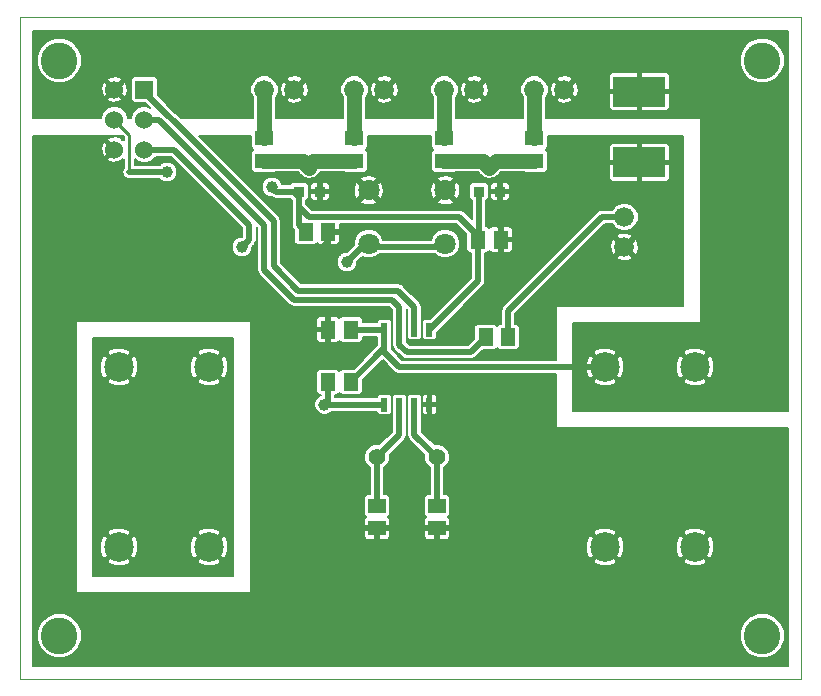
<source format=gtl>
G04 (created by PCBNEW (2013-mar-13)-testing) date Sat 29 Mar 2014 06:27:09 PM CET*
%MOIN*%
G04 Gerber Fmt 3.4, Leading zero omitted, Abs format*
%FSLAX34Y34*%
G01*
G70*
G90*
G04 APERTURE LIST*
%ADD10C,0.005906*%
%ADD11C,0.003937*%
%ADD12C,0.070866*%
%ADD13C,0.122047*%
%ADD14C,0.098425*%
%ADD15R,0.060000X0.060000*%
%ADD16C,0.060000*%
%ADD17R,0.020000X0.045000*%
%ADD18R,0.051200X0.059000*%
%ADD19R,0.059000X0.051200*%
%ADD20R,0.036000X0.036000*%
%ADD21C,0.066000*%
%ADD22R,0.173200X0.100400*%
%ADD23C,0.056000*%
%ADD24C,0.039370*%
%ADD25C,0.020000*%
%ADD26C,0.010000*%
%ADD27C,0.050000*%
%ADD28C,0.008000*%
G04 APERTURE END LIST*
G54D10*
G54D11*
X33106Y-28346D02*
X33106Y-50393D01*
X59143Y-28346D02*
X33106Y-28346D01*
X59143Y-50393D02*
X59143Y-28346D01*
X33106Y-50393D02*
X59143Y-50393D01*
G54D12*
X44720Y-35885D03*
X44720Y-34114D03*
X47279Y-35885D03*
X47279Y-34114D03*
G54D13*
X34412Y-48956D03*
X57837Y-48956D03*
X34412Y-29783D03*
X57837Y-29783D03*
G54D14*
X39399Y-46000D03*
X36399Y-46000D03*
X55600Y-46000D03*
X52600Y-46000D03*
X52600Y-40000D03*
X55600Y-40000D03*
X36399Y-40000D03*
X39399Y-40000D03*
G54D15*
X37250Y-30750D03*
G54D16*
X36250Y-30750D03*
X37250Y-31750D03*
X36250Y-31750D03*
X37250Y-32750D03*
X36250Y-32750D03*
G54D17*
X45250Y-38750D03*
X45750Y-38750D03*
X46250Y-38750D03*
X46750Y-38750D03*
X46750Y-41250D03*
X46250Y-41250D03*
X45750Y-41250D03*
X45250Y-41250D03*
G54D18*
X43375Y-40500D03*
X44125Y-40500D03*
X49375Y-39000D03*
X48625Y-39000D03*
X42625Y-35500D03*
X43375Y-35500D03*
G54D19*
X41250Y-32375D03*
X41250Y-33125D03*
X44250Y-32375D03*
X44250Y-33125D03*
G54D18*
X48375Y-35750D03*
X49125Y-35750D03*
G54D19*
X47250Y-32375D03*
X47250Y-33125D03*
X50250Y-32375D03*
X50250Y-33125D03*
G54D20*
X43100Y-34150D03*
X42400Y-34150D03*
X42750Y-33350D03*
X49100Y-34150D03*
X48400Y-34150D03*
X48750Y-33350D03*
G54D21*
X53250Y-35000D03*
X53250Y-36000D03*
X42250Y-30750D03*
X41250Y-30750D03*
X45250Y-30750D03*
X44250Y-30750D03*
X48250Y-30750D03*
X47250Y-30750D03*
X51250Y-30750D03*
X50250Y-30750D03*
G54D18*
X44125Y-38750D03*
X43375Y-38750D03*
G54D19*
X47000Y-44625D03*
X47000Y-45375D03*
X45000Y-44625D03*
X45000Y-45375D03*
G54D22*
X53750Y-30819D03*
X53750Y-33181D03*
G54D23*
X45000Y-43000D03*
X47000Y-43000D03*
G54D24*
X38000Y-33500D03*
X41500Y-34000D03*
X40500Y-36000D03*
X44000Y-36500D03*
X43250Y-41250D03*
X43000Y-36200D03*
X47000Y-37250D03*
G54D25*
X37550Y-31125D02*
X37250Y-30825D01*
X37250Y-30825D02*
X37250Y-30750D01*
X37550Y-31125D02*
X38012Y-31587D01*
X45775Y-37525D02*
X45699Y-37449D01*
X38262Y-31837D02*
X38012Y-31587D01*
X41562Y-35137D02*
X38262Y-31837D01*
X41562Y-36637D02*
X41562Y-35137D01*
X42374Y-37449D02*
X41562Y-36637D01*
X45699Y-37449D02*
X42374Y-37449D01*
X46250Y-38000D02*
X45775Y-37525D01*
X46250Y-38000D02*
X46250Y-38750D01*
X42400Y-34150D02*
X42400Y-35275D01*
X42400Y-35275D02*
X42625Y-35500D01*
X42400Y-34150D02*
X41650Y-34150D01*
G54D26*
X36750Y-32250D02*
X36250Y-31750D01*
X36750Y-32250D02*
X36750Y-33500D01*
G54D25*
X36750Y-33500D02*
X38000Y-33500D01*
X41650Y-34150D02*
X41500Y-34000D01*
X42300Y-34250D02*
X42400Y-34150D01*
X48375Y-35750D02*
X48375Y-35625D01*
X42750Y-35000D02*
X42400Y-34650D01*
X47750Y-35000D02*
X42750Y-35000D01*
X48375Y-35625D02*
X47750Y-35000D01*
X46750Y-38750D02*
X48375Y-37125D01*
X48375Y-37125D02*
X48375Y-35750D01*
X42400Y-34150D02*
X42400Y-34650D01*
X48400Y-34150D02*
X48400Y-35725D01*
X48400Y-35725D02*
X48375Y-35750D01*
X43875Y-41250D02*
X45250Y-41250D01*
X43375Y-40500D02*
X43375Y-41125D01*
X43375Y-41125D02*
X43250Y-41250D01*
X38250Y-32750D02*
X40750Y-35250D01*
X40750Y-35250D02*
X40750Y-35750D01*
X40750Y-35750D02*
X40500Y-36000D01*
X38250Y-32750D02*
X37250Y-32750D01*
X44500Y-36000D02*
X44000Y-36500D01*
X43875Y-41250D02*
X43250Y-41250D01*
X47500Y-36000D02*
X44500Y-36000D01*
X37250Y-31750D02*
X37750Y-31750D01*
X45750Y-38000D02*
X45750Y-38750D01*
X45500Y-37750D02*
X45750Y-38000D01*
X42250Y-37750D02*
X45500Y-37750D01*
X41250Y-36750D02*
X42250Y-37750D01*
X41250Y-35250D02*
X41250Y-36750D01*
X37750Y-31750D02*
X41250Y-35250D01*
X45750Y-38750D02*
X45750Y-39250D01*
X48125Y-39500D02*
X48625Y-39000D01*
X46000Y-39500D02*
X48125Y-39500D01*
X45750Y-39250D02*
X46000Y-39500D01*
X43375Y-35500D02*
X43375Y-35825D01*
X43375Y-35825D02*
X43000Y-36200D01*
G54D27*
X50250Y-33125D02*
X48975Y-33125D01*
X48975Y-33125D02*
X48750Y-33350D01*
X47250Y-33125D02*
X48525Y-33125D01*
X48525Y-33125D02*
X48750Y-33350D01*
X44250Y-30750D02*
X44250Y-32375D01*
X50250Y-30750D02*
X50250Y-32375D01*
X47250Y-30750D02*
X47250Y-32375D01*
X41250Y-30750D02*
X41250Y-32375D01*
X41250Y-33125D02*
X42525Y-33125D01*
X42525Y-33125D02*
X42750Y-33350D01*
X44250Y-33125D02*
X42875Y-33125D01*
X42750Y-33250D02*
X42750Y-33350D01*
X42875Y-33125D02*
X42750Y-33250D01*
G54D25*
X47000Y-44625D02*
X47000Y-43000D01*
X46250Y-41250D02*
X46250Y-42250D01*
X46250Y-42250D02*
X47000Y-43000D01*
X45000Y-44625D02*
X45000Y-43000D01*
X45750Y-41250D02*
X45750Y-42250D01*
X45750Y-42250D02*
X45000Y-43000D01*
X49375Y-39000D02*
X49375Y-38125D01*
X52500Y-35000D02*
X53250Y-35000D01*
X49375Y-38125D02*
X52500Y-35000D01*
X45250Y-38750D02*
X44125Y-38750D01*
X44125Y-38750D02*
X44000Y-38625D01*
X45250Y-38750D02*
X45250Y-39500D01*
X45750Y-40000D02*
X52600Y-40000D01*
X45250Y-39500D02*
X45750Y-40000D01*
X44000Y-40625D02*
X45250Y-39375D01*
X45250Y-39375D02*
X45250Y-38750D01*
G54D10*
G36*
X58710Y-49960D02*
X58587Y-49960D01*
X58587Y-48808D01*
X58473Y-48532D01*
X58263Y-48321D01*
X57987Y-48206D01*
X57689Y-48206D01*
X57413Y-48320D01*
X57201Y-48531D01*
X57087Y-48806D01*
X57087Y-49105D01*
X57201Y-49381D01*
X57412Y-49592D01*
X57687Y-49706D01*
X57986Y-49707D01*
X58262Y-49593D01*
X58473Y-49382D01*
X58587Y-49106D01*
X58587Y-48808D01*
X58587Y-49960D01*
X56238Y-49960D01*
X56238Y-46091D01*
X56224Y-45840D01*
X56154Y-45671D01*
X56071Y-45613D01*
X55986Y-45698D01*
X55986Y-45528D01*
X55929Y-45445D01*
X55691Y-45362D01*
X55440Y-45375D01*
X55271Y-45445D01*
X55213Y-45528D01*
X55600Y-45915D01*
X55986Y-45528D01*
X55986Y-45698D01*
X55685Y-46000D01*
X56071Y-46386D01*
X56154Y-46328D01*
X56238Y-46091D01*
X56238Y-49960D01*
X55986Y-49960D01*
X55986Y-46471D01*
X55600Y-46084D01*
X55515Y-46169D01*
X55515Y-46000D01*
X55129Y-45613D01*
X55045Y-45671D01*
X54962Y-45908D01*
X54975Y-46159D01*
X55045Y-46328D01*
X55129Y-46386D01*
X55515Y-46000D01*
X55515Y-46169D01*
X55213Y-46471D01*
X55271Y-46554D01*
X55508Y-46637D01*
X55760Y-46624D01*
X55929Y-46554D01*
X55986Y-46471D01*
X55986Y-49960D01*
X53238Y-49960D01*
X53238Y-46091D01*
X53224Y-45840D01*
X53154Y-45671D01*
X53071Y-45613D01*
X52986Y-45698D01*
X52986Y-45528D01*
X52929Y-45445D01*
X52691Y-45362D01*
X52440Y-45375D01*
X52271Y-45445D01*
X52213Y-45528D01*
X52600Y-45915D01*
X52986Y-45528D01*
X52986Y-45698D01*
X52685Y-46000D01*
X53071Y-46386D01*
X53154Y-46328D01*
X53238Y-46091D01*
X53238Y-49960D01*
X52986Y-49960D01*
X52986Y-46471D01*
X52600Y-46084D01*
X52515Y-46169D01*
X52515Y-46000D01*
X52129Y-45613D01*
X52045Y-45671D01*
X51962Y-45908D01*
X51975Y-46159D01*
X52045Y-46328D01*
X52129Y-46386D01*
X52515Y-46000D01*
X52515Y-46169D01*
X52213Y-46471D01*
X52271Y-46554D01*
X52508Y-46637D01*
X52760Y-46624D01*
X52929Y-46554D01*
X52986Y-46471D01*
X52986Y-49960D01*
X47435Y-49960D01*
X47435Y-45658D01*
X47435Y-45470D01*
X47435Y-45280D01*
X47435Y-45091D01*
X47413Y-45039D01*
X47374Y-45000D01*
X47373Y-45000D01*
X47374Y-44999D01*
X47413Y-44960D01*
X47435Y-44908D01*
X47435Y-44853D01*
X47435Y-44341D01*
X47413Y-44289D01*
X47374Y-44250D01*
X47322Y-44229D01*
X47267Y-44229D01*
X47240Y-44229D01*
X47240Y-43353D01*
X47355Y-43238D01*
X47419Y-43083D01*
X47420Y-42916D01*
X47356Y-42762D01*
X47238Y-42644D01*
X47083Y-42580D01*
X46990Y-42579D01*
X46990Y-41502D01*
X46990Y-41447D01*
X46990Y-41345D01*
X46990Y-41155D01*
X46990Y-41052D01*
X46990Y-40997D01*
X46968Y-40945D01*
X46929Y-40906D01*
X46877Y-40885D01*
X46835Y-40885D01*
X46800Y-40920D01*
X46800Y-41190D01*
X46955Y-41190D01*
X46990Y-41155D01*
X46990Y-41345D01*
X46955Y-41310D01*
X46800Y-41310D01*
X46800Y-41580D01*
X46835Y-41615D01*
X46877Y-41615D01*
X46929Y-41593D01*
X46968Y-41554D01*
X46990Y-41502D01*
X46990Y-42579D01*
X46919Y-42579D01*
X46700Y-42360D01*
X46700Y-41580D01*
X46700Y-41310D01*
X46700Y-41190D01*
X46700Y-40920D01*
X46665Y-40885D01*
X46622Y-40885D01*
X46570Y-40906D01*
X46531Y-40945D01*
X46510Y-40997D01*
X46510Y-41052D01*
X46510Y-41155D01*
X46545Y-41190D01*
X46700Y-41190D01*
X46700Y-41310D01*
X46545Y-41310D01*
X46510Y-41345D01*
X46510Y-41447D01*
X46510Y-41502D01*
X46531Y-41554D01*
X46570Y-41593D01*
X46622Y-41615D01*
X46665Y-41615D01*
X46700Y-41580D01*
X46700Y-42360D01*
X46490Y-42150D01*
X46490Y-41502D01*
X46490Y-41447D01*
X46490Y-41250D01*
X46490Y-40997D01*
X46468Y-40945D01*
X46429Y-40906D01*
X46377Y-40885D01*
X46322Y-40885D01*
X46122Y-40885D01*
X46070Y-40906D01*
X46031Y-40945D01*
X46010Y-40997D01*
X46010Y-41052D01*
X46010Y-41250D01*
X46010Y-41502D01*
X46010Y-42250D01*
X46028Y-42341D01*
X46080Y-42419D01*
X46580Y-42919D01*
X46579Y-43083D01*
X46643Y-43237D01*
X46760Y-43354D01*
X46760Y-44229D01*
X46677Y-44229D01*
X46625Y-44250D01*
X46586Y-44289D01*
X46565Y-44341D01*
X46565Y-44396D01*
X46565Y-44908D01*
X46586Y-44960D01*
X46625Y-44999D01*
X46626Y-45000D01*
X46625Y-45000D01*
X46586Y-45039D01*
X46565Y-45091D01*
X46565Y-45280D01*
X46600Y-45315D01*
X46940Y-45315D01*
X46940Y-45307D01*
X47060Y-45307D01*
X47060Y-45315D01*
X47400Y-45315D01*
X47435Y-45280D01*
X47435Y-45470D01*
X47400Y-45435D01*
X47060Y-45435D01*
X47060Y-45736D01*
X47095Y-45771D01*
X47267Y-45771D01*
X47322Y-45771D01*
X47374Y-45749D01*
X47413Y-45710D01*
X47435Y-45658D01*
X47435Y-49960D01*
X46940Y-49960D01*
X46940Y-45736D01*
X46940Y-45435D01*
X46600Y-45435D01*
X46565Y-45470D01*
X46565Y-45658D01*
X46586Y-45710D01*
X46625Y-45749D01*
X46677Y-45771D01*
X46732Y-45771D01*
X46905Y-45771D01*
X46940Y-45736D01*
X46940Y-49960D01*
X45990Y-49960D01*
X45990Y-42250D01*
X45990Y-41502D01*
X45990Y-41447D01*
X45990Y-41250D01*
X45990Y-40997D01*
X45968Y-40945D01*
X45929Y-40906D01*
X45877Y-40885D01*
X45822Y-40885D01*
X45622Y-40885D01*
X45570Y-40906D01*
X45531Y-40945D01*
X45510Y-40997D01*
X45510Y-41052D01*
X45510Y-41250D01*
X45510Y-41502D01*
X45510Y-42150D01*
X45080Y-42580D01*
X44916Y-42579D01*
X44762Y-42643D01*
X44644Y-42761D01*
X44580Y-42916D01*
X44579Y-43083D01*
X44643Y-43237D01*
X44760Y-43354D01*
X44760Y-44229D01*
X44677Y-44229D01*
X44625Y-44250D01*
X44586Y-44289D01*
X44565Y-44341D01*
X44565Y-44396D01*
X44565Y-44908D01*
X44586Y-44960D01*
X44625Y-44999D01*
X44626Y-45000D01*
X44625Y-45000D01*
X44586Y-45039D01*
X44565Y-45091D01*
X44565Y-45280D01*
X44600Y-45315D01*
X44940Y-45315D01*
X44940Y-45307D01*
X45060Y-45307D01*
X45060Y-45315D01*
X45400Y-45315D01*
X45435Y-45280D01*
X45435Y-45091D01*
X45413Y-45039D01*
X45374Y-45000D01*
X45373Y-45000D01*
X45374Y-44999D01*
X45413Y-44960D01*
X45435Y-44908D01*
X45435Y-44853D01*
X45435Y-44341D01*
X45413Y-44289D01*
X45374Y-44250D01*
X45322Y-44229D01*
X45267Y-44229D01*
X45240Y-44229D01*
X45240Y-43353D01*
X45355Y-43238D01*
X45419Y-43083D01*
X45420Y-42919D01*
X45919Y-42419D01*
X45971Y-42341D01*
X45990Y-42250D01*
X45990Y-49960D01*
X45435Y-49960D01*
X45435Y-45658D01*
X45435Y-45470D01*
X45400Y-45435D01*
X45060Y-45435D01*
X45060Y-45736D01*
X45095Y-45771D01*
X45267Y-45771D01*
X45322Y-45771D01*
X45374Y-45749D01*
X45413Y-45710D01*
X45435Y-45658D01*
X45435Y-49960D01*
X44940Y-49960D01*
X44940Y-45736D01*
X44940Y-45435D01*
X44600Y-45435D01*
X44565Y-45470D01*
X44565Y-45658D01*
X44586Y-45710D01*
X44625Y-45749D01*
X44677Y-45771D01*
X44732Y-45771D01*
X44905Y-45771D01*
X44940Y-45736D01*
X44940Y-49960D01*
X40790Y-49960D01*
X40790Y-47540D01*
X40790Y-38460D01*
X36496Y-38460D01*
X34960Y-38460D01*
X34960Y-47540D01*
X40790Y-47540D01*
X40790Y-49960D01*
X40750Y-49960D01*
X35162Y-49960D01*
X35162Y-48808D01*
X35048Y-48532D01*
X34837Y-48321D01*
X34562Y-48206D01*
X34263Y-48206D01*
X33987Y-48320D01*
X33776Y-48531D01*
X33662Y-48806D01*
X33662Y-49105D01*
X33776Y-49381D01*
X33986Y-49592D01*
X34262Y-49706D01*
X34560Y-49707D01*
X34836Y-49593D01*
X35048Y-49382D01*
X35162Y-49106D01*
X35162Y-48808D01*
X35162Y-49960D01*
X33540Y-49960D01*
X33540Y-32290D01*
X36521Y-32290D01*
X36560Y-32328D01*
X36560Y-32426D01*
X36524Y-32390D01*
X36496Y-32418D01*
X36462Y-32355D01*
X36295Y-32303D01*
X36121Y-32320D01*
X36037Y-32355D01*
X36003Y-32418D01*
X36250Y-32665D01*
X36255Y-32659D01*
X36340Y-32744D01*
X36334Y-32750D01*
X36340Y-32755D01*
X36255Y-32840D01*
X36250Y-32834D01*
X36165Y-32919D01*
X36165Y-32750D01*
X35918Y-32503D01*
X35855Y-32537D01*
X35803Y-32704D01*
X35820Y-32878D01*
X35855Y-32962D01*
X35918Y-32996D01*
X36165Y-32750D01*
X36165Y-32919D01*
X36003Y-33081D01*
X36037Y-33144D01*
X36204Y-33196D01*
X36378Y-33179D01*
X36462Y-33144D01*
X36496Y-33081D01*
X36496Y-33081D01*
X36524Y-33109D01*
X36560Y-33073D01*
X36560Y-33360D01*
X36528Y-33408D01*
X36510Y-33500D01*
X36528Y-33591D01*
X36580Y-33669D01*
X36658Y-33721D01*
X36750Y-33740D01*
X37763Y-33740D01*
X37808Y-33785D01*
X37932Y-33836D01*
X38066Y-33836D01*
X38190Y-33785D01*
X38285Y-33691D01*
X38336Y-33567D01*
X38336Y-33433D01*
X38285Y-33309D01*
X38191Y-33214D01*
X38067Y-33163D01*
X37933Y-33163D01*
X37809Y-33214D01*
X37763Y-33260D01*
X36940Y-33260D01*
X36940Y-33062D01*
X37000Y-33122D01*
X37162Y-33189D01*
X37337Y-33190D01*
X37498Y-33123D01*
X37622Y-32999D01*
X37626Y-32990D01*
X38150Y-32990D01*
X40510Y-35349D01*
X40510Y-35650D01*
X40497Y-35663D01*
X40433Y-35663D01*
X40309Y-35714D01*
X40214Y-35808D01*
X40163Y-35932D01*
X40163Y-36066D01*
X40214Y-36190D01*
X40308Y-36285D01*
X40432Y-36336D01*
X40566Y-36336D01*
X40690Y-36285D01*
X40785Y-36191D01*
X40836Y-36067D01*
X40836Y-36002D01*
X40919Y-35919D01*
X40919Y-35919D01*
X40950Y-35873D01*
X40971Y-35841D01*
X40971Y-35841D01*
X40990Y-35750D01*
X40990Y-35329D01*
X41010Y-35349D01*
X41010Y-36750D01*
X41028Y-36841D01*
X41080Y-36919D01*
X42080Y-37919D01*
X42080Y-37919D01*
X42158Y-37971D01*
X42250Y-37990D01*
X45400Y-37990D01*
X45510Y-38099D01*
X45510Y-38497D01*
X45510Y-38552D01*
X45510Y-38750D01*
X45510Y-39002D01*
X45510Y-39250D01*
X45528Y-39341D01*
X45580Y-39419D01*
X45830Y-39669D01*
X45876Y-39700D01*
X45908Y-39721D01*
X45908Y-39721D01*
X46000Y-39740D01*
X48125Y-39740D01*
X48216Y-39721D01*
X48294Y-39669D01*
X48529Y-39435D01*
X48908Y-39435D01*
X48960Y-39413D01*
X48999Y-39374D01*
X49000Y-39373D01*
X49000Y-39374D01*
X49039Y-39413D01*
X49091Y-39435D01*
X49146Y-39435D01*
X49658Y-39435D01*
X49710Y-39413D01*
X49749Y-39374D01*
X49771Y-39322D01*
X49771Y-39267D01*
X49771Y-38677D01*
X49749Y-38625D01*
X49710Y-38586D01*
X49658Y-38565D01*
X49615Y-38565D01*
X49615Y-38224D01*
X52599Y-35240D01*
X52840Y-35240D01*
X52851Y-35265D01*
X52983Y-35398D01*
X53156Y-35469D01*
X53343Y-35470D01*
X53515Y-35398D01*
X53648Y-35266D01*
X53719Y-35093D01*
X53720Y-34906D01*
X53690Y-34834D01*
X53690Y-33788D01*
X53690Y-33241D01*
X53690Y-33121D01*
X53690Y-32574D01*
X53655Y-32539D01*
X52911Y-32539D01*
X52856Y-32539D01*
X52804Y-32560D01*
X52765Y-32599D01*
X52744Y-32651D01*
X52744Y-33086D01*
X52779Y-33121D01*
X53690Y-33121D01*
X53690Y-33241D01*
X52779Y-33241D01*
X52744Y-33276D01*
X52744Y-33710D01*
X52765Y-33762D01*
X52804Y-33801D01*
X52856Y-33823D01*
X52911Y-33823D01*
X53655Y-33823D01*
X53690Y-33788D01*
X53690Y-34834D01*
X53648Y-34734D01*
X53516Y-34601D01*
X53343Y-34530D01*
X53156Y-34529D01*
X52984Y-34601D01*
X52851Y-34733D01*
X52840Y-34760D01*
X52500Y-34760D01*
X52408Y-34778D01*
X52330Y-34830D01*
X49521Y-37639D01*
X49521Y-36072D01*
X49521Y-36017D01*
X49521Y-35845D01*
X49521Y-35655D01*
X49521Y-35482D01*
X49521Y-35427D01*
X49499Y-35375D01*
X49460Y-35336D01*
X49420Y-35319D01*
X49420Y-34357D01*
X49420Y-34302D01*
X49420Y-34245D01*
X49420Y-34055D01*
X49420Y-33997D01*
X49420Y-33942D01*
X49398Y-33890D01*
X49359Y-33851D01*
X49307Y-33830D01*
X49195Y-33830D01*
X49160Y-33865D01*
X49160Y-34090D01*
X49385Y-34090D01*
X49420Y-34055D01*
X49420Y-34245D01*
X49385Y-34210D01*
X49160Y-34210D01*
X49160Y-34435D01*
X49195Y-34470D01*
X49307Y-34470D01*
X49359Y-34448D01*
X49398Y-34409D01*
X49420Y-34357D01*
X49420Y-35319D01*
X49408Y-35315D01*
X49220Y-35315D01*
X49185Y-35350D01*
X49185Y-35690D01*
X49486Y-35690D01*
X49521Y-35655D01*
X49521Y-35845D01*
X49486Y-35810D01*
X49185Y-35810D01*
X49185Y-36150D01*
X49220Y-36185D01*
X49408Y-36185D01*
X49460Y-36163D01*
X49499Y-36124D01*
X49521Y-36072D01*
X49521Y-37639D01*
X49205Y-37955D01*
X49153Y-38033D01*
X49135Y-38125D01*
X49135Y-38565D01*
X49091Y-38565D01*
X49065Y-38575D01*
X49065Y-36150D01*
X49065Y-35810D01*
X49057Y-35810D01*
X49057Y-35690D01*
X49065Y-35690D01*
X49065Y-35350D01*
X49040Y-35325D01*
X49040Y-34435D01*
X49040Y-34210D01*
X49040Y-34090D01*
X49040Y-33865D01*
X49005Y-33830D01*
X48892Y-33830D01*
X48840Y-33851D01*
X48801Y-33890D01*
X48780Y-33942D01*
X48780Y-33997D01*
X48780Y-34055D01*
X48815Y-34090D01*
X49040Y-34090D01*
X49040Y-34210D01*
X48815Y-34210D01*
X48780Y-34245D01*
X48780Y-34302D01*
X48780Y-34357D01*
X48801Y-34409D01*
X48840Y-34448D01*
X48892Y-34470D01*
X49005Y-34470D01*
X49040Y-34435D01*
X49040Y-35325D01*
X49030Y-35315D01*
X48841Y-35315D01*
X48789Y-35336D01*
X48750Y-35375D01*
X48750Y-35376D01*
X48749Y-35375D01*
X48710Y-35336D01*
X48658Y-35315D01*
X48640Y-35315D01*
X48640Y-34456D01*
X48659Y-34448D01*
X48698Y-34409D01*
X48720Y-34357D01*
X48720Y-34302D01*
X48720Y-33942D01*
X48698Y-33890D01*
X48659Y-33851D01*
X48607Y-33830D01*
X48552Y-33830D01*
X48192Y-33830D01*
X48140Y-33851D01*
X48101Y-33890D01*
X48080Y-33942D01*
X48080Y-33997D01*
X48080Y-34357D01*
X48101Y-34409D01*
X48140Y-34448D01*
X48160Y-34456D01*
X48160Y-35070D01*
X47919Y-34830D01*
X47841Y-34778D01*
X47780Y-34765D01*
X47780Y-34172D01*
X47764Y-33976D01*
X47719Y-33868D01*
X47650Y-33827D01*
X47566Y-33912D01*
X47566Y-33742D01*
X47525Y-33674D01*
X47338Y-33613D01*
X47141Y-33629D01*
X47033Y-33674D01*
X46993Y-33742D01*
X47279Y-34029D01*
X47566Y-33742D01*
X47566Y-33912D01*
X47364Y-34114D01*
X47650Y-34400D01*
X47719Y-34359D01*
X47780Y-34172D01*
X47780Y-34765D01*
X47750Y-34760D01*
X47566Y-34760D01*
X47566Y-34485D01*
X47279Y-34199D01*
X47194Y-34283D01*
X47194Y-34114D01*
X46908Y-33827D01*
X46839Y-33868D01*
X46778Y-34055D01*
X46794Y-34251D01*
X46839Y-34359D01*
X46908Y-34400D01*
X47194Y-34114D01*
X47194Y-34283D01*
X46993Y-34485D01*
X47033Y-34554D01*
X47221Y-34614D01*
X47417Y-34599D01*
X47525Y-34554D01*
X47566Y-34485D01*
X47566Y-34760D01*
X45221Y-34760D01*
X45221Y-34172D01*
X45205Y-33976D01*
X45160Y-33868D01*
X45091Y-33827D01*
X45006Y-33912D01*
X45006Y-33742D01*
X44966Y-33674D01*
X44778Y-33613D01*
X44582Y-33629D01*
X44474Y-33674D01*
X44433Y-33742D01*
X44720Y-34029D01*
X45006Y-33742D01*
X45006Y-33912D01*
X44805Y-34114D01*
X45091Y-34400D01*
X45160Y-34359D01*
X45221Y-34172D01*
X45221Y-34760D01*
X45006Y-34760D01*
X45006Y-34485D01*
X44720Y-34199D01*
X44635Y-34283D01*
X44635Y-34114D01*
X44349Y-33827D01*
X44280Y-33868D01*
X44219Y-34055D01*
X44235Y-34251D01*
X44280Y-34359D01*
X44349Y-34400D01*
X44635Y-34114D01*
X44635Y-34283D01*
X44433Y-34485D01*
X44474Y-34554D01*
X44661Y-34614D01*
X44858Y-34599D01*
X44966Y-34554D01*
X45006Y-34485D01*
X45006Y-34760D01*
X43420Y-34760D01*
X43420Y-34357D01*
X43420Y-34302D01*
X43420Y-34245D01*
X43420Y-34055D01*
X43420Y-33997D01*
X43420Y-33942D01*
X43398Y-33890D01*
X43359Y-33851D01*
X43307Y-33830D01*
X43195Y-33830D01*
X43160Y-33865D01*
X43160Y-34090D01*
X43385Y-34090D01*
X43420Y-34055D01*
X43420Y-34245D01*
X43385Y-34210D01*
X43160Y-34210D01*
X43160Y-34435D01*
X43195Y-34470D01*
X43307Y-34470D01*
X43359Y-34448D01*
X43398Y-34409D01*
X43420Y-34357D01*
X43420Y-34760D01*
X43040Y-34760D01*
X43040Y-34435D01*
X43040Y-34210D01*
X43040Y-34090D01*
X43040Y-33865D01*
X43005Y-33830D01*
X42892Y-33830D01*
X42840Y-33851D01*
X42801Y-33890D01*
X42780Y-33942D01*
X42780Y-33997D01*
X42780Y-34055D01*
X42815Y-34090D01*
X43040Y-34090D01*
X43040Y-34210D01*
X42815Y-34210D01*
X42780Y-34245D01*
X42780Y-34302D01*
X42780Y-34357D01*
X42801Y-34409D01*
X42840Y-34448D01*
X42892Y-34470D01*
X43005Y-34470D01*
X43040Y-34435D01*
X43040Y-34760D01*
X42849Y-34760D01*
X42640Y-34550D01*
X42640Y-34456D01*
X42659Y-34448D01*
X42698Y-34409D01*
X42720Y-34357D01*
X42720Y-34302D01*
X42720Y-33942D01*
X42698Y-33890D01*
X42659Y-33851D01*
X42607Y-33830D01*
X42552Y-33830D01*
X42192Y-33830D01*
X42140Y-33851D01*
X42101Y-33890D01*
X42093Y-33910D01*
X41827Y-33910D01*
X41785Y-33809D01*
X41691Y-33714D01*
X41567Y-33663D01*
X41433Y-33663D01*
X41309Y-33714D01*
X41214Y-33808D01*
X41163Y-33932D01*
X41163Y-34066D01*
X41214Y-34190D01*
X41308Y-34285D01*
X41432Y-34336D01*
X41505Y-34336D01*
X41558Y-34371D01*
X41650Y-34390D01*
X42093Y-34390D01*
X42101Y-34409D01*
X42140Y-34448D01*
X42160Y-34456D01*
X42160Y-34650D01*
X42160Y-35275D01*
X42178Y-35366D01*
X42229Y-35442D01*
X42229Y-35822D01*
X42250Y-35874D01*
X42289Y-35913D01*
X42341Y-35935D01*
X42396Y-35935D01*
X42908Y-35935D01*
X42960Y-35913D01*
X42999Y-35874D01*
X43000Y-35873D01*
X43000Y-35874D01*
X43039Y-35913D01*
X43091Y-35935D01*
X43280Y-35935D01*
X43315Y-35900D01*
X43315Y-35560D01*
X43307Y-35560D01*
X43307Y-35440D01*
X43315Y-35440D01*
X43315Y-35432D01*
X43435Y-35432D01*
X43435Y-35440D01*
X43736Y-35440D01*
X43771Y-35405D01*
X43771Y-35240D01*
X47650Y-35240D01*
X47979Y-35568D01*
X47979Y-36072D01*
X48000Y-36124D01*
X48039Y-36163D01*
X48091Y-36185D01*
X48135Y-36185D01*
X48135Y-37025D01*
X47773Y-37386D01*
X47773Y-35787D01*
X47698Y-35606D01*
X47559Y-35466D01*
X47378Y-35391D01*
X47181Y-35391D01*
X46999Y-35466D01*
X46860Y-35605D01*
X46796Y-35760D01*
X45203Y-35760D01*
X45139Y-35606D01*
X45000Y-35466D01*
X44819Y-35391D01*
X44622Y-35391D01*
X44440Y-35466D01*
X44301Y-35605D01*
X44226Y-35787D01*
X44226Y-35934D01*
X43997Y-36163D01*
X43933Y-36163D01*
X43809Y-36214D01*
X43771Y-36252D01*
X43771Y-35822D01*
X43771Y-35767D01*
X43771Y-35595D01*
X43736Y-35560D01*
X43435Y-35560D01*
X43435Y-35900D01*
X43470Y-35935D01*
X43658Y-35935D01*
X43710Y-35913D01*
X43749Y-35874D01*
X43771Y-35822D01*
X43771Y-36252D01*
X43714Y-36308D01*
X43663Y-36432D01*
X43663Y-36566D01*
X43714Y-36690D01*
X43808Y-36785D01*
X43932Y-36836D01*
X44066Y-36836D01*
X44190Y-36785D01*
X44285Y-36691D01*
X44336Y-36567D01*
X44336Y-36502D01*
X44506Y-36332D01*
X44621Y-36380D01*
X44818Y-36380D01*
X45000Y-36305D01*
X45065Y-36240D01*
X46934Y-36240D01*
X46999Y-36304D01*
X47180Y-36380D01*
X47377Y-36380D01*
X47559Y-36305D01*
X47698Y-36166D01*
X47773Y-35984D01*
X47773Y-35787D01*
X47773Y-37386D01*
X46775Y-38385D01*
X46622Y-38385D01*
X46570Y-38406D01*
X46531Y-38445D01*
X46510Y-38497D01*
X46510Y-38552D01*
X46510Y-38750D01*
X46510Y-39002D01*
X46531Y-39054D01*
X46570Y-39093D01*
X46622Y-39115D01*
X46677Y-39115D01*
X46877Y-39115D01*
X46929Y-39093D01*
X46968Y-39054D01*
X46990Y-39002D01*
X46990Y-38947D01*
X46990Y-38849D01*
X48544Y-37294D01*
X48544Y-37294D01*
X48596Y-37216D01*
X48614Y-37125D01*
X48615Y-37125D01*
X48615Y-36185D01*
X48658Y-36185D01*
X48710Y-36163D01*
X48749Y-36124D01*
X48750Y-36123D01*
X48750Y-36124D01*
X48789Y-36163D01*
X48841Y-36185D01*
X49030Y-36185D01*
X49065Y-36150D01*
X49065Y-38575D01*
X49039Y-38586D01*
X49000Y-38625D01*
X49000Y-38626D01*
X48999Y-38625D01*
X48960Y-38586D01*
X48908Y-38565D01*
X48853Y-38565D01*
X48341Y-38565D01*
X48289Y-38586D01*
X48250Y-38625D01*
X48229Y-38677D01*
X48229Y-38732D01*
X48229Y-39056D01*
X48025Y-39260D01*
X46099Y-39260D01*
X45990Y-39150D01*
X45990Y-39002D01*
X45990Y-38947D01*
X45990Y-38750D01*
X45990Y-38497D01*
X45990Y-38079D01*
X46010Y-38099D01*
X46010Y-38497D01*
X46010Y-38552D01*
X46010Y-38750D01*
X46010Y-39002D01*
X46031Y-39054D01*
X46070Y-39093D01*
X46122Y-39115D01*
X46177Y-39115D01*
X46377Y-39115D01*
X46429Y-39093D01*
X46468Y-39054D01*
X46490Y-39002D01*
X46490Y-38947D01*
X46490Y-38750D01*
X46490Y-38497D01*
X46490Y-38000D01*
X46471Y-37908D01*
X46471Y-37908D01*
X46450Y-37876D01*
X46419Y-37830D01*
X45944Y-37355D01*
X45944Y-37355D01*
X45869Y-37280D01*
X45791Y-37228D01*
X45699Y-37209D01*
X42473Y-37209D01*
X41802Y-36538D01*
X41802Y-35137D01*
X41783Y-35046D01*
X41731Y-34968D01*
X39053Y-32290D01*
X40815Y-32290D01*
X40815Y-32658D01*
X40836Y-32710D01*
X40875Y-32749D01*
X40876Y-32750D01*
X40875Y-32750D01*
X40836Y-32789D01*
X40815Y-32841D01*
X40815Y-32896D01*
X40815Y-33408D01*
X40836Y-33460D01*
X40875Y-33499D01*
X40927Y-33521D01*
X40982Y-33521D01*
X41572Y-33521D01*
X41587Y-33515D01*
X42363Y-33515D01*
X42446Y-33598D01*
X42451Y-33609D01*
X42490Y-33648D01*
X42537Y-33668D01*
X42600Y-33710D01*
X42750Y-33740D01*
X42899Y-33710D01*
X42962Y-33668D01*
X43009Y-33648D01*
X43048Y-33609D01*
X43068Y-33562D01*
X43099Y-33515D01*
X43912Y-33515D01*
X43927Y-33521D01*
X43982Y-33521D01*
X44572Y-33521D01*
X44624Y-33499D01*
X44663Y-33460D01*
X44685Y-33408D01*
X44685Y-33353D01*
X44685Y-32841D01*
X44663Y-32789D01*
X44624Y-32750D01*
X44623Y-32750D01*
X44624Y-32749D01*
X44663Y-32710D01*
X44685Y-32658D01*
X44685Y-32603D01*
X44685Y-32290D01*
X46815Y-32290D01*
X46815Y-32658D01*
X46836Y-32710D01*
X46875Y-32749D01*
X46876Y-32750D01*
X46875Y-32750D01*
X46836Y-32789D01*
X46815Y-32841D01*
X46815Y-32896D01*
X46815Y-33408D01*
X46836Y-33460D01*
X46875Y-33499D01*
X46927Y-33521D01*
X46982Y-33521D01*
X47572Y-33521D01*
X47587Y-33515D01*
X48363Y-33515D01*
X48446Y-33598D01*
X48451Y-33609D01*
X48490Y-33648D01*
X48537Y-33668D01*
X48600Y-33710D01*
X48750Y-33740D01*
X48899Y-33710D01*
X48962Y-33668D01*
X49009Y-33648D01*
X49048Y-33609D01*
X49053Y-33598D01*
X49136Y-33515D01*
X49912Y-33515D01*
X49927Y-33521D01*
X49982Y-33521D01*
X50572Y-33521D01*
X50624Y-33499D01*
X50663Y-33460D01*
X50685Y-33408D01*
X50685Y-33353D01*
X50685Y-32841D01*
X50663Y-32789D01*
X50624Y-32750D01*
X50623Y-32750D01*
X50624Y-32749D01*
X50663Y-32710D01*
X50685Y-32658D01*
X50685Y-32603D01*
X50685Y-32290D01*
X55210Y-32290D01*
X55210Y-37960D01*
X54756Y-37960D01*
X54756Y-33710D01*
X54756Y-33276D01*
X54756Y-33086D01*
X54756Y-32651D01*
X54734Y-32599D01*
X54695Y-32560D01*
X54643Y-32539D01*
X54588Y-32539D01*
X53845Y-32539D01*
X53810Y-32574D01*
X53810Y-33121D01*
X54721Y-33121D01*
X54756Y-33086D01*
X54756Y-33276D01*
X54721Y-33241D01*
X53810Y-33241D01*
X53810Y-33788D01*
X53845Y-33823D01*
X54588Y-33823D01*
X54643Y-33823D01*
X54695Y-33801D01*
X54734Y-33762D01*
X54756Y-33710D01*
X54756Y-37960D01*
X53726Y-37960D01*
X53726Y-36052D01*
X53710Y-35866D01*
X53669Y-35769D01*
X53603Y-35731D01*
X53518Y-35816D01*
X53518Y-35646D01*
X53480Y-35580D01*
X53302Y-35523D01*
X53116Y-35539D01*
X53019Y-35580D01*
X52981Y-35646D01*
X53250Y-35915D01*
X53518Y-35646D01*
X53518Y-35816D01*
X53334Y-36000D01*
X53603Y-36268D01*
X53669Y-36230D01*
X53726Y-36052D01*
X53726Y-37960D01*
X53518Y-37960D01*
X53518Y-36353D01*
X53250Y-36084D01*
X53165Y-36169D01*
X53165Y-36000D01*
X52896Y-35731D01*
X52830Y-35769D01*
X52773Y-35947D01*
X52789Y-36133D01*
X52830Y-36230D01*
X52896Y-36268D01*
X53165Y-36000D01*
X53165Y-36169D01*
X52981Y-36353D01*
X53019Y-36419D01*
X53197Y-36476D01*
X53383Y-36460D01*
X53480Y-36419D01*
X53518Y-36353D01*
X53518Y-37960D01*
X50960Y-37960D01*
X50960Y-39760D01*
X45849Y-39760D01*
X45490Y-39400D01*
X45490Y-39375D01*
X45490Y-39002D01*
X45490Y-38947D01*
X45490Y-38750D01*
X45490Y-38497D01*
X45468Y-38445D01*
X45429Y-38406D01*
X45377Y-38385D01*
X45322Y-38385D01*
X45122Y-38385D01*
X45070Y-38406D01*
X45031Y-38445D01*
X45010Y-38497D01*
X45010Y-38510D01*
X44521Y-38510D01*
X44521Y-38427D01*
X44499Y-38375D01*
X44460Y-38336D01*
X44408Y-38315D01*
X44353Y-38315D01*
X43841Y-38315D01*
X43789Y-38336D01*
X43750Y-38375D01*
X43750Y-38376D01*
X43749Y-38375D01*
X43710Y-38336D01*
X43658Y-38315D01*
X43470Y-38315D01*
X43435Y-38350D01*
X43435Y-38690D01*
X43442Y-38690D01*
X43442Y-38810D01*
X43435Y-38810D01*
X43435Y-39150D01*
X43470Y-39185D01*
X43658Y-39185D01*
X43710Y-39163D01*
X43749Y-39124D01*
X43750Y-39123D01*
X43750Y-39124D01*
X43789Y-39163D01*
X43841Y-39185D01*
X43896Y-39185D01*
X44408Y-39185D01*
X44460Y-39163D01*
X44499Y-39124D01*
X44521Y-39072D01*
X44521Y-39017D01*
X44521Y-38990D01*
X45010Y-38990D01*
X45010Y-39002D01*
X45010Y-39275D01*
X44220Y-40065D01*
X43841Y-40065D01*
X43789Y-40086D01*
X43750Y-40125D01*
X43750Y-40126D01*
X43749Y-40125D01*
X43710Y-40086D01*
X43658Y-40065D01*
X43603Y-40065D01*
X43315Y-40065D01*
X43315Y-39150D01*
X43315Y-38810D01*
X43315Y-38690D01*
X43315Y-38350D01*
X43280Y-38315D01*
X43091Y-38315D01*
X43039Y-38336D01*
X43000Y-38375D01*
X42979Y-38427D01*
X42979Y-38482D01*
X42979Y-38655D01*
X43014Y-38690D01*
X43315Y-38690D01*
X43315Y-38810D01*
X43014Y-38810D01*
X42979Y-38845D01*
X42979Y-39017D01*
X42979Y-39072D01*
X43000Y-39124D01*
X43039Y-39163D01*
X43091Y-39185D01*
X43280Y-39185D01*
X43315Y-39150D01*
X43315Y-40065D01*
X43091Y-40065D01*
X43039Y-40086D01*
X43000Y-40125D01*
X42979Y-40177D01*
X42979Y-40232D01*
X42979Y-40822D01*
X43000Y-40874D01*
X43039Y-40913D01*
X43091Y-40935D01*
X43130Y-40935D01*
X43059Y-40964D01*
X42964Y-41058D01*
X42913Y-41182D01*
X42913Y-41316D01*
X42964Y-41440D01*
X43058Y-41535D01*
X43182Y-41586D01*
X43316Y-41586D01*
X43440Y-41535D01*
X43486Y-41490D01*
X43875Y-41490D01*
X45010Y-41490D01*
X45010Y-41502D01*
X45031Y-41554D01*
X45070Y-41593D01*
X45122Y-41615D01*
X45177Y-41615D01*
X45377Y-41615D01*
X45429Y-41593D01*
X45468Y-41554D01*
X45490Y-41502D01*
X45490Y-41447D01*
X45490Y-41250D01*
X45490Y-40997D01*
X45468Y-40945D01*
X45429Y-40906D01*
X45377Y-40885D01*
X45322Y-40885D01*
X45122Y-40885D01*
X45070Y-40906D01*
X45031Y-40945D01*
X45010Y-40997D01*
X45010Y-41010D01*
X43875Y-41010D01*
X43615Y-41010D01*
X43615Y-40935D01*
X43658Y-40935D01*
X43710Y-40913D01*
X43749Y-40874D01*
X43750Y-40873D01*
X43750Y-40874D01*
X43789Y-40913D01*
X43841Y-40935D01*
X43896Y-40935D01*
X44408Y-40935D01*
X44460Y-40913D01*
X44499Y-40874D01*
X44521Y-40822D01*
X44521Y-40767D01*
X44521Y-40443D01*
X45187Y-39776D01*
X45580Y-40169D01*
X45658Y-40221D01*
X45750Y-40240D01*
X50960Y-40240D01*
X50960Y-42040D01*
X58710Y-42040D01*
X58710Y-49960D01*
X58710Y-49960D01*
G37*
G54D28*
X58710Y-49960D02*
X58587Y-49960D01*
X58587Y-48808D01*
X58473Y-48532D01*
X58263Y-48321D01*
X57987Y-48206D01*
X57689Y-48206D01*
X57413Y-48320D01*
X57201Y-48531D01*
X57087Y-48806D01*
X57087Y-49105D01*
X57201Y-49381D01*
X57412Y-49592D01*
X57687Y-49706D01*
X57986Y-49707D01*
X58262Y-49593D01*
X58473Y-49382D01*
X58587Y-49106D01*
X58587Y-48808D01*
X58587Y-49960D01*
X56238Y-49960D01*
X56238Y-46091D01*
X56224Y-45840D01*
X56154Y-45671D01*
X56071Y-45613D01*
X55986Y-45698D01*
X55986Y-45528D01*
X55929Y-45445D01*
X55691Y-45362D01*
X55440Y-45375D01*
X55271Y-45445D01*
X55213Y-45528D01*
X55600Y-45915D01*
X55986Y-45528D01*
X55986Y-45698D01*
X55685Y-46000D01*
X56071Y-46386D01*
X56154Y-46328D01*
X56238Y-46091D01*
X56238Y-49960D01*
X55986Y-49960D01*
X55986Y-46471D01*
X55600Y-46084D01*
X55515Y-46169D01*
X55515Y-46000D01*
X55129Y-45613D01*
X55045Y-45671D01*
X54962Y-45908D01*
X54975Y-46159D01*
X55045Y-46328D01*
X55129Y-46386D01*
X55515Y-46000D01*
X55515Y-46169D01*
X55213Y-46471D01*
X55271Y-46554D01*
X55508Y-46637D01*
X55760Y-46624D01*
X55929Y-46554D01*
X55986Y-46471D01*
X55986Y-49960D01*
X53238Y-49960D01*
X53238Y-46091D01*
X53224Y-45840D01*
X53154Y-45671D01*
X53071Y-45613D01*
X52986Y-45698D01*
X52986Y-45528D01*
X52929Y-45445D01*
X52691Y-45362D01*
X52440Y-45375D01*
X52271Y-45445D01*
X52213Y-45528D01*
X52600Y-45915D01*
X52986Y-45528D01*
X52986Y-45698D01*
X52685Y-46000D01*
X53071Y-46386D01*
X53154Y-46328D01*
X53238Y-46091D01*
X53238Y-49960D01*
X52986Y-49960D01*
X52986Y-46471D01*
X52600Y-46084D01*
X52515Y-46169D01*
X52515Y-46000D01*
X52129Y-45613D01*
X52045Y-45671D01*
X51962Y-45908D01*
X51975Y-46159D01*
X52045Y-46328D01*
X52129Y-46386D01*
X52515Y-46000D01*
X52515Y-46169D01*
X52213Y-46471D01*
X52271Y-46554D01*
X52508Y-46637D01*
X52760Y-46624D01*
X52929Y-46554D01*
X52986Y-46471D01*
X52986Y-49960D01*
X47435Y-49960D01*
X47435Y-45658D01*
X47435Y-45470D01*
X47435Y-45280D01*
X47435Y-45091D01*
X47413Y-45039D01*
X47374Y-45000D01*
X47373Y-45000D01*
X47374Y-44999D01*
X47413Y-44960D01*
X47435Y-44908D01*
X47435Y-44853D01*
X47435Y-44341D01*
X47413Y-44289D01*
X47374Y-44250D01*
X47322Y-44229D01*
X47267Y-44229D01*
X47240Y-44229D01*
X47240Y-43353D01*
X47355Y-43238D01*
X47419Y-43083D01*
X47420Y-42916D01*
X47356Y-42762D01*
X47238Y-42644D01*
X47083Y-42580D01*
X46990Y-42579D01*
X46990Y-41502D01*
X46990Y-41447D01*
X46990Y-41345D01*
X46990Y-41155D01*
X46990Y-41052D01*
X46990Y-40997D01*
X46968Y-40945D01*
X46929Y-40906D01*
X46877Y-40885D01*
X46835Y-40885D01*
X46800Y-40920D01*
X46800Y-41190D01*
X46955Y-41190D01*
X46990Y-41155D01*
X46990Y-41345D01*
X46955Y-41310D01*
X46800Y-41310D01*
X46800Y-41580D01*
X46835Y-41615D01*
X46877Y-41615D01*
X46929Y-41593D01*
X46968Y-41554D01*
X46990Y-41502D01*
X46990Y-42579D01*
X46919Y-42579D01*
X46700Y-42360D01*
X46700Y-41580D01*
X46700Y-41310D01*
X46700Y-41190D01*
X46700Y-40920D01*
X46665Y-40885D01*
X46622Y-40885D01*
X46570Y-40906D01*
X46531Y-40945D01*
X46510Y-40997D01*
X46510Y-41052D01*
X46510Y-41155D01*
X46545Y-41190D01*
X46700Y-41190D01*
X46700Y-41310D01*
X46545Y-41310D01*
X46510Y-41345D01*
X46510Y-41447D01*
X46510Y-41502D01*
X46531Y-41554D01*
X46570Y-41593D01*
X46622Y-41615D01*
X46665Y-41615D01*
X46700Y-41580D01*
X46700Y-42360D01*
X46490Y-42150D01*
X46490Y-41502D01*
X46490Y-41447D01*
X46490Y-41250D01*
X46490Y-40997D01*
X46468Y-40945D01*
X46429Y-40906D01*
X46377Y-40885D01*
X46322Y-40885D01*
X46122Y-40885D01*
X46070Y-40906D01*
X46031Y-40945D01*
X46010Y-40997D01*
X46010Y-41052D01*
X46010Y-41250D01*
X46010Y-41502D01*
X46010Y-42250D01*
X46028Y-42341D01*
X46080Y-42419D01*
X46580Y-42919D01*
X46579Y-43083D01*
X46643Y-43237D01*
X46760Y-43354D01*
X46760Y-44229D01*
X46677Y-44229D01*
X46625Y-44250D01*
X46586Y-44289D01*
X46565Y-44341D01*
X46565Y-44396D01*
X46565Y-44908D01*
X46586Y-44960D01*
X46625Y-44999D01*
X46626Y-45000D01*
X46625Y-45000D01*
X46586Y-45039D01*
X46565Y-45091D01*
X46565Y-45280D01*
X46600Y-45315D01*
X46940Y-45315D01*
X46940Y-45307D01*
X47060Y-45307D01*
X47060Y-45315D01*
X47400Y-45315D01*
X47435Y-45280D01*
X47435Y-45470D01*
X47400Y-45435D01*
X47060Y-45435D01*
X47060Y-45736D01*
X47095Y-45771D01*
X47267Y-45771D01*
X47322Y-45771D01*
X47374Y-45749D01*
X47413Y-45710D01*
X47435Y-45658D01*
X47435Y-49960D01*
X46940Y-49960D01*
X46940Y-45736D01*
X46940Y-45435D01*
X46600Y-45435D01*
X46565Y-45470D01*
X46565Y-45658D01*
X46586Y-45710D01*
X46625Y-45749D01*
X46677Y-45771D01*
X46732Y-45771D01*
X46905Y-45771D01*
X46940Y-45736D01*
X46940Y-49960D01*
X45990Y-49960D01*
X45990Y-42250D01*
X45990Y-41502D01*
X45990Y-41447D01*
X45990Y-41250D01*
X45990Y-40997D01*
X45968Y-40945D01*
X45929Y-40906D01*
X45877Y-40885D01*
X45822Y-40885D01*
X45622Y-40885D01*
X45570Y-40906D01*
X45531Y-40945D01*
X45510Y-40997D01*
X45510Y-41052D01*
X45510Y-41250D01*
X45510Y-41502D01*
X45510Y-42150D01*
X45080Y-42580D01*
X44916Y-42579D01*
X44762Y-42643D01*
X44644Y-42761D01*
X44580Y-42916D01*
X44579Y-43083D01*
X44643Y-43237D01*
X44760Y-43354D01*
X44760Y-44229D01*
X44677Y-44229D01*
X44625Y-44250D01*
X44586Y-44289D01*
X44565Y-44341D01*
X44565Y-44396D01*
X44565Y-44908D01*
X44586Y-44960D01*
X44625Y-44999D01*
X44626Y-45000D01*
X44625Y-45000D01*
X44586Y-45039D01*
X44565Y-45091D01*
X44565Y-45280D01*
X44600Y-45315D01*
X44940Y-45315D01*
X44940Y-45307D01*
X45060Y-45307D01*
X45060Y-45315D01*
X45400Y-45315D01*
X45435Y-45280D01*
X45435Y-45091D01*
X45413Y-45039D01*
X45374Y-45000D01*
X45373Y-45000D01*
X45374Y-44999D01*
X45413Y-44960D01*
X45435Y-44908D01*
X45435Y-44853D01*
X45435Y-44341D01*
X45413Y-44289D01*
X45374Y-44250D01*
X45322Y-44229D01*
X45267Y-44229D01*
X45240Y-44229D01*
X45240Y-43353D01*
X45355Y-43238D01*
X45419Y-43083D01*
X45420Y-42919D01*
X45919Y-42419D01*
X45971Y-42341D01*
X45990Y-42250D01*
X45990Y-49960D01*
X45435Y-49960D01*
X45435Y-45658D01*
X45435Y-45470D01*
X45400Y-45435D01*
X45060Y-45435D01*
X45060Y-45736D01*
X45095Y-45771D01*
X45267Y-45771D01*
X45322Y-45771D01*
X45374Y-45749D01*
X45413Y-45710D01*
X45435Y-45658D01*
X45435Y-49960D01*
X44940Y-49960D01*
X44940Y-45736D01*
X44940Y-45435D01*
X44600Y-45435D01*
X44565Y-45470D01*
X44565Y-45658D01*
X44586Y-45710D01*
X44625Y-45749D01*
X44677Y-45771D01*
X44732Y-45771D01*
X44905Y-45771D01*
X44940Y-45736D01*
X44940Y-49960D01*
X40790Y-49960D01*
X40790Y-47540D01*
X40790Y-38460D01*
X36496Y-38460D01*
X34960Y-38460D01*
X34960Y-47540D01*
X40790Y-47540D01*
X40790Y-49960D01*
X40750Y-49960D01*
X35162Y-49960D01*
X35162Y-48808D01*
X35048Y-48532D01*
X34837Y-48321D01*
X34562Y-48206D01*
X34263Y-48206D01*
X33987Y-48320D01*
X33776Y-48531D01*
X33662Y-48806D01*
X33662Y-49105D01*
X33776Y-49381D01*
X33986Y-49592D01*
X34262Y-49706D01*
X34560Y-49707D01*
X34836Y-49593D01*
X35048Y-49382D01*
X35162Y-49106D01*
X35162Y-48808D01*
X35162Y-49960D01*
X33540Y-49960D01*
X33540Y-32290D01*
X36521Y-32290D01*
X36560Y-32328D01*
X36560Y-32426D01*
X36524Y-32390D01*
X36496Y-32418D01*
X36462Y-32355D01*
X36295Y-32303D01*
X36121Y-32320D01*
X36037Y-32355D01*
X36003Y-32418D01*
X36250Y-32665D01*
X36255Y-32659D01*
X36340Y-32744D01*
X36334Y-32750D01*
X36340Y-32755D01*
X36255Y-32840D01*
X36250Y-32834D01*
X36165Y-32919D01*
X36165Y-32750D01*
X35918Y-32503D01*
X35855Y-32537D01*
X35803Y-32704D01*
X35820Y-32878D01*
X35855Y-32962D01*
X35918Y-32996D01*
X36165Y-32750D01*
X36165Y-32919D01*
X36003Y-33081D01*
X36037Y-33144D01*
X36204Y-33196D01*
X36378Y-33179D01*
X36462Y-33144D01*
X36496Y-33081D01*
X36496Y-33081D01*
X36524Y-33109D01*
X36560Y-33073D01*
X36560Y-33360D01*
X36528Y-33408D01*
X36510Y-33500D01*
X36528Y-33591D01*
X36580Y-33669D01*
X36658Y-33721D01*
X36750Y-33740D01*
X37763Y-33740D01*
X37808Y-33785D01*
X37932Y-33836D01*
X38066Y-33836D01*
X38190Y-33785D01*
X38285Y-33691D01*
X38336Y-33567D01*
X38336Y-33433D01*
X38285Y-33309D01*
X38191Y-33214D01*
X38067Y-33163D01*
X37933Y-33163D01*
X37809Y-33214D01*
X37763Y-33260D01*
X36940Y-33260D01*
X36940Y-33062D01*
X37000Y-33122D01*
X37162Y-33189D01*
X37337Y-33190D01*
X37498Y-33123D01*
X37622Y-32999D01*
X37626Y-32990D01*
X38150Y-32990D01*
X40510Y-35349D01*
X40510Y-35650D01*
X40497Y-35663D01*
X40433Y-35663D01*
X40309Y-35714D01*
X40214Y-35808D01*
X40163Y-35932D01*
X40163Y-36066D01*
X40214Y-36190D01*
X40308Y-36285D01*
X40432Y-36336D01*
X40566Y-36336D01*
X40690Y-36285D01*
X40785Y-36191D01*
X40836Y-36067D01*
X40836Y-36002D01*
X40919Y-35919D01*
X40919Y-35919D01*
X40950Y-35873D01*
X40971Y-35841D01*
X40971Y-35841D01*
X40990Y-35750D01*
X40990Y-35329D01*
X41010Y-35349D01*
X41010Y-36750D01*
X41028Y-36841D01*
X41080Y-36919D01*
X42080Y-37919D01*
X42080Y-37919D01*
X42158Y-37971D01*
X42250Y-37990D01*
X45400Y-37990D01*
X45510Y-38099D01*
X45510Y-38497D01*
X45510Y-38552D01*
X45510Y-38750D01*
X45510Y-39002D01*
X45510Y-39250D01*
X45528Y-39341D01*
X45580Y-39419D01*
X45830Y-39669D01*
X45876Y-39700D01*
X45908Y-39721D01*
X45908Y-39721D01*
X46000Y-39740D01*
X48125Y-39740D01*
X48216Y-39721D01*
X48294Y-39669D01*
X48529Y-39435D01*
X48908Y-39435D01*
X48960Y-39413D01*
X48999Y-39374D01*
X49000Y-39373D01*
X49000Y-39374D01*
X49039Y-39413D01*
X49091Y-39435D01*
X49146Y-39435D01*
X49658Y-39435D01*
X49710Y-39413D01*
X49749Y-39374D01*
X49771Y-39322D01*
X49771Y-39267D01*
X49771Y-38677D01*
X49749Y-38625D01*
X49710Y-38586D01*
X49658Y-38565D01*
X49615Y-38565D01*
X49615Y-38224D01*
X52599Y-35240D01*
X52840Y-35240D01*
X52851Y-35265D01*
X52983Y-35398D01*
X53156Y-35469D01*
X53343Y-35470D01*
X53515Y-35398D01*
X53648Y-35266D01*
X53719Y-35093D01*
X53720Y-34906D01*
X53690Y-34834D01*
X53690Y-33788D01*
X53690Y-33241D01*
X53690Y-33121D01*
X53690Y-32574D01*
X53655Y-32539D01*
X52911Y-32539D01*
X52856Y-32539D01*
X52804Y-32560D01*
X52765Y-32599D01*
X52744Y-32651D01*
X52744Y-33086D01*
X52779Y-33121D01*
X53690Y-33121D01*
X53690Y-33241D01*
X52779Y-33241D01*
X52744Y-33276D01*
X52744Y-33710D01*
X52765Y-33762D01*
X52804Y-33801D01*
X52856Y-33823D01*
X52911Y-33823D01*
X53655Y-33823D01*
X53690Y-33788D01*
X53690Y-34834D01*
X53648Y-34734D01*
X53516Y-34601D01*
X53343Y-34530D01*
X53156Y-34529D01*
X52984Y-34601D01*
X52851Y-34733D01*
X52840Y-34760D01*
X52500Y-34760D01*
X52408Y-34778D01*
X52330Y-34830D01*
X49521Y-37639D01*
X49521Y-36072D01*
X49521Y-36017D01*
X49521Y-35845D01*
X49521Y-35655D01*
X49521Y-35482D01*
X49521Y-35427D01*
X49499Y-35375D01*
X49460Y-35336D01*
X49420Y-35319D01*
X49420Y-34357D01*
X49420Y-34302D01*
X49420Y-34245D01*
X49420Y-34055D01*
X49420Y-33997D01*
X49420Y-33942D01*
X49398Y-33890D01*
X49359Y-33851D01*
X49307Y-33830D01*
X49195Y-33830D01*
X49160Y-33865D01*
X49160Y-34090D01*
X49385Y-34090D01*
X49420Y-34055D01*
X49420Y-34245D01*
X49385Y-34210D01*
X49160Y-34210D01*
X49160Y-34435D01*
X49195Y-34470D01*
X49307Y-34470D01*
X49359Y-34448D01*
X49398Y-34409D01*
X49420Y-34357D01*
X49420Y-35319D01*
X49408Y-35315D01*
X49220Y-35315D01*
X49185Y-35350D01*
X49185Y-35690D01*
X49486Y-35690D01*
X49521Y-35655D01*
X49521Y-35845D01*
X49486Y-35810D01*
X49185Y-35810D01*
X49185Y-36150D01*
X49220Y-36185D01*
X49408Y-36185D01*
X49460Y-36163D01*
X49499Y-36124D01*
X49521Y-36072D01*
X49521Y-37639D01*
X49205Y-37955D01*
X49153Y-38033D01*
X49135Y-38125D01*
X49135Y-38565D01*
X49091Y-38565D01*
X49065Y-38575D01*
X49065Y-36150D01*
X49065Y-35810D01*
X49057Y-35810D01*
X49057Y-35690D01*
X49065Y-35690D01*
X49065Y-35350D01*
X49040Y-35325D01*
X49040Y-34435D01*
X49040Y-34210D01*
X49040Y-34090D01*
X49040Y-33865D01*
X49005Y-33830D01*
X48892Y-33830D01*
X48840Y-33851D01*
X48801Y-33890D01*
X48780Y-33942D01*
X48780Y-33997D01*
X48780Y-34055D01*
X48815Y-34090D01*
X49040Y-34090D01*
X49040Y-34210D01*
X48815Y-34210D01*
X48780Y-34245D01*
X48780Y-34302D01*
X48780Y-34357D01*
X48801Y-34409D01*
X48840Y-34448D01*
X48892Y-34470D01*
X49005Y-34470D01*
X49040Y-34435D01*
X49040Y-35325D01*
X49030Y-35315D01*
X48841Y-35315D01*
X48789Y-35336D01*
X48750Y-35375D01*
X48750Y-35376D01*
X48749Y-35375D01*
X48710Y-35336D01*
X48658Y-35315D01*
X48640Y-35315D01*
X48640Y-34456D01*
X48659Y-34448D01*
X48698Y-34409D01*
X48720Y-34357D01*
X48720Y-34302D01*
X48720Y-33942D01*
X48698Y-33890D01*
X48659Y-33851D01*
X48607Y-33830D01*
X48552Y-33830D01*
X48192Y-33830D01*
X48140Y-33851D01*
X48101Y-33890D01*
X48080Y-33942D01*
X48080Y-33997D01*
X48080Y-34357D01*
X48101Y-34409D01*
X48140Y-34448D01*
X48160Y-34456D01*
X48160Y-35070D01*
X47919Y-34830D01*
X47841Y-34778D01*
X47780Y-34765D01*
X47780Y-34172D01*
X47764Y-33976D01*
X47719Y-33868D01*
X47650Y-33827D01*
X47566Y-33912D01*
X47566Y-33742D01*
X47525Y-33674D01*
X47338Y-33613D01*
X47141Y-33629D01*
X47033Y-33674D01*
X46993Y-33742D01*
X47279Y-34029D01*
X47566Y-33742D01*
X47566Y-33912D01*
X47364Y-34114D01*
X47650Y-34400D01*
X47719Y-34359D01*
X47780Y-34172D01*
X47780Y-34765D01*
X47750Y-34760D01*
X47566Y-34760D01*
X47566Y-34485D01*
X47279Y-34199D01*
X47194Y-34283D01*
X47194Y-34114D01*
X46908Y-33827D01*
X46839Y-33868D01*
X46778Y-34055D01*
X46794Y-34251D01*
X46839Y-34359D01*
X46908Y-34400D01*
X47194Y-34114D01*
X47194Y-34283D01*
X46993Y-34485D01*
X47033Y-34554D01*
X47221Y-34614D01*
X47417Y-34599D01*
X47525Y-34554D01*
X47566Y-34485D01*
X47566Y-34760D01*
X45221Y-34760D01*
X45221Y-34172D01*
X45205Y-33976D01*
X45160Y-33868D01*
X45091Y-33827D01*
X45006Y-33912D01*
X45006Y-33742D01*
X44966Y-33674D01*
X44778Y-33613D01*
X44582Y-33629D01*
X44474Y-33674D01*
X44433Y-33742D01*
X44720Y-34029D01*
X45006Y-33742D01*
X45006Y-33912D01*
X44805Y-34114D01*
X45091Y-34400D01*
X45160Y-34359D01*
X45221Y-34172D01*
X45221Y-34760D01*
X45006Y-34760D01*
X45006Y-34485D01*
X44720Y-34199D01*
X44635Y-34283D01*
X44635Y-34114D01*
X44349Y-33827D01*
X44280Y-33868D01*
X44219Y-34055D01*
X44235Y-34251D01*
X44280Y-34359D01*
X44349Y-34400D01*
X44635Y-34114D01*
X44635Y-34283D01*
X44433Y-34485D01*
X44474Y-34554D01*
X44661Y-34614D01*
X44858Y-34599D01*
X44966Y-34554D01*
X45006Y-34485D01*
X45006Y-34760D01*
X43420Y-34760D01*
X43420Y-34357D01*
X43420Y-34302D01*
X43420Y-34245D01*
X43420Y-34055D01*
X43420Y-33997D01*
X43420Y-33942D01*
X43398Y-33890D01*
X43359Y-33851D01*
X43307Y-33830D01*
X43195Y-33830D01*
X43160Y-33865D01*
X43160Y-34090D01*
X43385Y-34090D01*
X43420Y-34055D01*
X43420Y-34245D01*
X43385Y-34210D01*
X43160Y-34210D01*
X43160Y-34435D01*
X43195Y-34470D01*
X43307Y-34470D01*
X43359Y-34448D01*
X43398Y-34409D01*
X43420Y-34357D01*
X43420Y-34760D01*
X43040Y-34760D01*
X43040Y-34435D01*
X43040Y-34210D01*
X43040Y-34090D01*
X43040Y-33865D01*
X43005Y-33830D01*
X42892Y-33830D01*
X42840Y-33851D01*
X42801Y-33890D01*
X42780Y-33942D01*
X42780Y-33997D01*
X42780Y-34055D01*
X42815Y-34090D01*
X43040Y-34090D01*
X43040Y-34210D01*
X42815Y-34210D01*
X42780Y-34245D01*
X42780Y-34302D01*
X42780Y-34357D01*
X42801Y-34409D01*
X42840Y-34448D01*
X42892Y-34470D01*
X43005Y-34470D01*
X43040Y-34435D01*
X43040Y-34760D01*
X42849Y-34760D01*
X42640Y-34550D01*
X42640Y-34456D01*
X42659Y-34448D01*
X42698Y-34409D01*
X42720Y-34357D01*
X42720Y-34302D01*
X42720Y-33942D01*
X42698Y-33890D01*
X42659Y-33851D01*
X42607Y-33830D01*
X42552Y-33830D01*
X42192Y-33830D01*
X42140Y-33851D01*
X42101Y-33890D01*
X42093Y-33910D01*
X41827Y-33910D01*
X41785Y-33809D01*
X41691Y-33714D01*
X41567Y-33663D01*
X41433Y-33663D01*
X41309Y-33714D01*
X41214Y-33808D01*
X41163Y-33932D01*
X41163Y-34066D01*
X41214Y-34190D01*
X41308Y-34285D01*
X41432Y-34336D01*
X41505Y-34336D01*
X41558Y-34371D01*
X41650Y-34390D01*
X42093Y-34390D01*
X42101Y-34409D01*
X42140Y-34448D01*
X42160Y-34456D01*
X42160Y-34650D01*
X42160Y-35275D01*
X42178Y-35366D01*
X42229Y-35442D01*
X42229Y-35822D01*
X42250Y-35874D01*
X42289Y-35913D01*
X42341Y-35935D01*
X42396Y-35935D01*
X42908Y-35935D01*
X42960Y-35913D01*
X42999Y-35874D01*
X43000Y-35873D01*
X43000Y-35874D01*
X43039Y-35913D01*
X43091Y-35935D01*
X43280Y-35935D01*
X43315Y-35900D01*
X43315Y-35560D01*
X43307Y-35560D01*
X43307Y-35440D01*
X43315Y-35440D01*
X43315Y-35432D01*
X43435Y-35432D01*
X43435Y-35440D01*
X43736Y-35440D01*
X43771Y-35405D01*
X43771Y-35240D01*
X47650Y-35240D01*
X47979Y-35568D01*
X47979Y-36072D01*
X48000Y-36124D01*
X48039Y-36163D01*
X48091Y-36185D01*
X48135Y-36185D01*
X48135Y-37025D01*
X47773Y-37386D01*
X47773Y-35787D01*
X47698Y-35606D01*
X47559Y-35466D01*
X47378Y-35391D01*
X47181Y-35391D01*
X46999Y-35466D01*
X46860Y-35605D01*
X46796Y-35760D01*
X45203Y-35760D01*
X45139Y-35606D01*
X45000Y-35466D01*
X44819Y-35391D01*
X44622Y-35391D01*
X44440Y-35466D01*
X44301Y-35605D01*
X44226Y-35787D01*
X44226Y-35934D01*
X43997Y-36163D01*
X43933Y-36163D01*
X43809Y-36214D01*
X43771Y-36252D01*
X43771Y-35822D01*
X43771Y-35767D01*
X43771Y-35595D01*
X43736Y-35560D01*
X43435Y-35560D01*
X43435Y-35900D01*
X43470Y-35935D01*
X43658Y-35935D01*
X43710Y-35913D01*
X43749Y-35874D01*
X43771Y-35822D01*
X43771Y-36252D01*
X43714Y-36308D01*
X43663Y-36432D01*
X43663Y-36566D01*
X43714Y-36690D01*
X43808Y-36785D01*
X43932Y-36836D01*
X44066Y-36836D01*
X44190Y-36785D01*
X44285Y-36691D01*
X44336Y-36567D01*
X44336Y-36502D01*
X44506Y-36332D01*
X44621Y-36380D01*
X44818Y-36380D01*
X45000Y-36305D01*
X45065Y-36240D01*
X46934Y-36240D01*
X46999Y-36304D01*
X47180Y-36380D01*
X47377Y-36380D01*
X47559Y-36305D01*
X47698Y-36166D01*
X47773Y-35984D01*
X47773Y-35787D01*
X47773Y-37386D01*
X46775Y-38385D01*
X46622Y-38385D01*
X46570Y-38406D01*
X46531Y-38445D01*
X46510Y-38497D01*
X46510Y-38552D01*
X46510Y-38750D01*
X46510Y-39002D01*
X46531Y-39054D01*
X46570Y-39093D01*
X46622Y-39115D01*
X46677Y-39115D01*
X46877Y-39115D01*
X46929Y-39093D01*
X46968Y-39054D01*
X46990Y-39002D01*
X46990Y-38947D01*
X46990Y-38849D01*
X48544Y-37294D01*
X48544Y-37294D01*
X48596Y-37216D01*
X48614Y-37125D01*
X48615Y-37125D01*
X48615Y-36185D01*
X48658Y-36185D01*
X48710Y-36163D01*
X48749Y-36124D01*
X48750Y-36123D01*
X48750Y-36124D01*
X48789Y-36163D01*
X48841Y-36185D01*
X49030Y-36185D01*
X49065Y-36150D01*
X49065Y-38575D01*
X49039Y-38586D01*
X49000Y-38625D01*
X49000Y-38626D01*
X48999Y-38625D01*
X48960Y-38586D01*
X48908Y-38565D01*
X48853Y-38565D01*
X48341Y-38565D01*
X48289Y-38586D01*
X48250Y-38625D01*
X48229Y-38677D01*
X48229Y-38732D01*
X48229Y-39056D01*
X48025Y-39260D01*
X46099Y-39260D01*
X45990Y-39150D01*
X45990Y-39002D01*
X45990Y-38947D01*
X45990Y-38750D01*
X45990Y-38497D01*
X45990Y-38079D01*
X46010Y-38099D01*
X46010Y-38497D01*
X46010Y-38552D01*
X46010Y-38750D01*
X46010Y-39002D01*
X46031Y-39054D01*
X46070Y-39093D01*
X46122Y-39115D01*
X46177Y-39115D01*
X46377Y-39115D01*
X46429Y-39093D01*
X46468Y-39054D01*
X46490Y-39002D01*
X46490Y-38947D01*
X46490Y-38750D01*
X46490Y-38497D01*
X46490Y-38000D01*
X46471Y-37908D01*
X46471Y-37908D01*
X46450Y-37876D01*
X46419Y-37830D01*
X45944Y-37355D01*
X45944Y-37355D01*
X45869Y-37280D01*
X45791Y-37228D01*
X45699Y-37209D01*
X42473Y-37209D01*
X41802Y-36538D01*
X41802Y-35137D01*
X41783Y-35046D01*
X41731Y-34968D01*
X39053Y-32290D01*
X40815Y-32290D01*
X40815Y-32658D01*
X40836Y-32710D01*
X40875Y-32749D01*
X40876Y-32750D01*
X40875Y-32750D01*
X40836Y-32789D01*
X40815Y-32841D01*
X40815Y-32896D01*
X40815Y-33408D01*
X40836Y-33460D01*
X40875Y-33499D01*
X40927Y-33521D01*
X40982Y-33521D01*
X41572Y-33521D01*
X41587Y-33515D01*
X42363Y-33515D01*
X42446Y-33598D01*
X42451Y-33609D01*
X42490Y-33648D01*
X42537Y-33668D01*
X42600Y-33710D01*
X42750Y-33740D01*
X42899Y-33710D01*
X42962Y-33668D01*
X43009Y-33648D01*
X43048Y-33609D01*
X43068Y-33562D01*
X43099Y-33515D01*
X43912Y-33515D01*
X43927Y-33521D01*
X43982Y-33521D01*
X44572Y-33521D01*
X44624Y-33499D01*
X44663Y-33460D01*
X44685Y-33408D01*
X44685Y-33353D01*
X44685Y-32841D01*
X44663Y-32789D01*
X44624Y-32750D01*
X44623Y-32750D01*
X44624Y-32749D01*
X44663Y-32710D01*
X44685Y-32658D01*
X44685Y-32603D01*
X44685Y-32290D01*
X46815Y-32290D01*
X46815Y-32658D01*
X46836Y-32710D01*
X46875Y-32749D01*
X46876Y-32750D01*
X46875Y-32750D01*
X46836Y-32789D01*
X46815Y-32841D01*
X46815Y-32896D01*
X46815Y-33408D01*
X46836Y-33460D01*
X46875Y-33499D01*
X46927Y-33521D01*
X46982Y-33521D01*
X47572Y-33521D01*
X47587Y-33515D01*
X48363Y-33515D01*
X48446Y-33598D01*
X48451Y-33609D01*
X48490Y-33648D01*
X48537Y-33668D01*
X48600Y-33710D01*
X48750Y-33740D01*
X48899Y-33710D01*
X48962Y-33668D01*
X49009Y-33648D01*
X49048Y-33609D01*
X49053Y-33598D01*
X49136Y-33515D01*
X49912Y-33515D01*
X49927Y-33521D01*
X49982Y-33521D01*
X50572Y-33521D01*
X50624Y-33499D01*
X50663Y-33460D01*
X50685Y-33408D01*
X50685Y-33353D01*
X50685Y-32841D01*
X50663Y-32789D01*
X50624Y-32750D01*
X50623Y-32750D01*
X50624Y-32749D01*
X50663Y-32710D01*
X50685Y-32658D01*
X50685Y-32603D01*
X50685Y-32290D01*
X55210Y-32290D01*
X55210Y-37960D01*
X54756Y-37960D01*
X54756Y-33710D01*
X54756Y-33276D01*
X54756Y-33086D01*
X54756Y-32651D01*
X54734Y-32599D01*
X54695Y-32560D01*
X54643Y-32539D01*
X54588Y-32539D01*
X53845Y-32539D01*
X53810Y-32574D01*
X53810Y-33121D01*
X54721Y-33121D01*
X54756Y-33086D01*
X54756Y-33276D01*
X54721Y-33241D01*
X53810Y-33241D01*
X53810Y-33788D01*
X53845Y-33823D01*
X54588Y-33823D01*
X54643Y-33823D01*
X54695Y-33801D01*
X54734Y-33762D01*
X54756Y-33710D01*
X54756Y-37960D01*
X53726Y-37960D01*
X53726Y-36052D01*
X53710Y-35866D01*
X53669Y-35769D01*
X53603Y-35731D01*
X53518Y-35816D01*
X53518Y-35646D01*
X53480Y-35580D01*
X53302Y-35523D01*
X53116Y-35539D01*
X53019Y-35580D01*
X52981Y-35646D01*
X53250Y-35915D01*
X53518Y-35646D01*
X53518Y-35816D01*
X53334Y-36000D01*
X53603Y-36268D01*
X53669Y-36230D01*
X53726Y-36052D01*
X53726Y-37960D01*
X53518Y-37960D01*
X53518Y-36353D01*
X53250Y-36084D01*
X53165Y-36169D01*
X53165Y-36000D01*
X52896Y-35731D01*
X52830Y-35769D01*
X52773Y-35947D01*
X52789Y-36133D01*
X52830Y-36230D01*
X52896Y-36268D01*
X53165Y-36000D01*
X53165Y-36169D01*
X52981Y-36353D01*
X53019Y-36419D01*
X53197Y-36476D01*
X53383Y-36460D01*
X53480Y-36419D01*
X53518Y-36353D01*
X53518Y-37960D01*
X50960Y-37960D01*
X50960Y-39760D01*
X45849Y-39760D01*
X45490Y-39400D01*
X45490Y-39375D01*
X45490Y-39002D01*
X45490Y-38947D01*
X45490Y-38750D01*
X45490Y-38497D01*
X45468Y-38445D01*
X45429Y-38406D01*
X45377Y-38385D01*
X45322Y-38385D01*
X45122Y-38385D01*
X45070Y-38406D01*
X45031Y-38445D01*
X45010Y-38497D01*
X45010Y-38510D01*
X44521Y-38510D01*
X44521Y-38427D01*
X44499Y-38375D01*
X44460Y-38336D01*
X44408Y-38315D01*
X44353Y-38315D01*
X43841Y-38315D01*
X43789Y-38336D01*
X43750Y-38375D01*
X43750Y-38376D01*
X43749Y-38375D01*
X43710Y-38336D01*
X43658Y-38315D01*
X43470Y-38315D01*
X43435Y-38350D01*
X43435Y-38690D01*
X43442Y-38690D01*
X43442Y-38810D01*
X43435Y-38810D01*
X43435Y-39150D01*
X43470Y-39185D01*
X43658Y-39185D01*
X43710Y-39163D01*
X43749Y-39124D01*
X43750Y-39123D01*
X43750Y-39124D01*
X43789Y-39163D01*
X43841Y-39185D01*
X43896Y-39185D01*
X44408Y-39185D01*
X44460Y-39163D01*
X44499Y-39124D01*
X44521Y-39072D01*
X44521Y-39017D01*
X44521Y-38990D01*
X45010Y-38990D01*
X45010Y-39002D01*
X45010Y-39275D01*
X44220Y-40065D01*
X43841Y-40065D01*
X43789Y-40086D01*
X43750Y-40125D01*
X43750Y-40126D01*
X43749Y-40125D01*
X43710Y-40086D01*
X43658Y-40065D01*
X43603Y-40065D01*
X43315Y-40065D01*
X43315Y-39150D01*
X43315Y-38810D01*
X43315Y-38690D01*
X43315Y-38350D01*
X43280Y-38315D01*
X43091Y-38315D01*
X43039Y-38336D01*
X43000Y-38375D01*
X42979Y-38427D01*
X42979Y-38482D01*
X42979Y-38655D01*
X43014Y-38690D01*
X43315Y-38690D01*
X43315Y-38810D01*
X43014Y-38810D01*
X42979Y-38845D01*
X42979Y-39017D01*
X42979Y-39072D01*
X43000Y-39124D01*
X43039Y-39163D01*
X43091Y-39185D01*
X43280Y-39185D01*
X43315Y-39150D01*
X43315Y-40065D01*
X43091Y-40065D01*
X43039Y-40086D01*
X43000Y-40125D01*
X42979Y-40177D01*
X42979Y-40232D01*
X42979Y-40822D01*
X43000Y-40874D01*
X43039Y-40913D01*
X43091Y-40935D01*
X43130Y-40935D01*
X43059Y-40964D01*
X42964Y-41058D01*
X42913Y-41182D01*
X42913Y-41316D01*
X42964Y-41440D01*
X43058Y-41535D01*
X43182Y-41586D01*
X43316Y-41586D01*
X43440Y-41535D01*
X43486Y-41490D01*
X43875Y-41490D01*
X45010Y-41490D01*
X45010Y-41502D01*
X45031Y-41554D01*
X45070Y-41593D01*
X45122Y-41615D01*
X45177Y-41615D01*
X45377Y-41615D01*
X45429Y-41593D01*
X45468Y-41554D01*
X45490Y-41502D01*
X45490Y-41447D01*
X45490Y-41250D01*
X45490Y-40997D01*
X45468Y-40945D01*
X45429Y-40906D01*
X45377Y-40885D01*
X45322Y-40885D01*
X45122Y-40885D01*
X45070Y-40906D01*
X45031Y-40945D01*
X45010Y-40997D01*
X45010Y-41010D01*
X43875Y-41010D01*
X43615Y-41010D01*
X43615Y-40935D01*
X43658Y-40935D01*
X43710Y-40913D01*
X43749Y-40874D01*
X43750Y-40873D01*
X43750Y-40874D01*
X43789Y-40913D01*
X43841Y-40935D01*
X43896Y-40935D01*
X44408Y-40935D01*
X44460Y-40913D01*
X44499Y-40874D01*
X44521Y-40822D01*
X44521Y-40767D01*
X44521Y-40443D01*
X45187Y-39776D01*
X45580Y-40169D01*
X45658Y-40221D01*
X45750Y-40240D01*
X50960Y-40240D01*
X50960Y-42040D01*
X58710Y-42040D01*
X58710Y-49960D01*
G54D10*
G36*
X58710Y-41460D02*
X58587Y-41460D01*
X58587Y-29634D01*
X58473Y-29359D01*
X58263Y-29147D01*
X57987Y-29033D01*
X57689Y-29033D01*
X57413Y-29147D01*
X57201Y-29357D01*
X57087Y-29633D01*
X57087Y-29932D01*
X57201Y-30207D01*
X57412Y-30419D01*
X57687Y-30533D01*
X57986Y-30533D01*
X58262Y-30419D01*
X58473Y-30208D01*
X58587Y-29933D01*
X58587Y-29634D01*
X58587Y-41460D01*
X56238Y-41460D01*
X56238Y-40091D01*
X56224Y-39840D01*
X56154Y-39671D01*
X56071Y-39613D01*
X55986Y-39698D01*
X55986Y-39528D01*
X55929Y-39445D01*
X55691Y-39362D01*
X55440Y-39375D01*
X55271Y-39445D01*
X55213Y-39528D01*
X55600Y-39915D01*
X55986Y-39528D01*
X55986Y-39698D01*
X55685Y-40000D01*
X56071Y-40386D01*
X56154Y-40328D01*
X56238Y-40091D01*
X56238Y-41460D01*
X55986Y-41460D01*
X55986Y-40471D01*
X55600Y-40084D01*
X55515Y-40169D01*
X55515Y-40000D01*
X55129Y-39613D01*
X55045Y-39671D01*
X54962Y-39908D01*
X54975Y-40159D01*
X55045Y-40328D01*
X55129Y-40386D01*
X55515Y-40000D01*
X55515Y-40169D01*
X55213Y-40471D01*
X55271Y-40554D01*
X55508Y-40637D01*
X55760Y-40624D01*
X55929Y-40554D01*
X55986Y-40471D01*
X55986Y-41460D01*
X53238Y-41460D01*
X53238Y-40091D01*
X53224Y-39840D01*
X53154Y-39671D01*
X53071Y-39613D01*
X52986Y-39698D01*
X52986Y-39528D01*
X52929Y-39445D01*
X52691Y-39362D01*
X52440Y-39375D01*
X52271Y-39445D01*
X52213Y-39528D01*
X52600Y-39915D01*
X52986Y-39528D01*
X52986Y-39698D01*
X52685Y-40000D01*
X53071Y-40386D01*
X53154Y-40328D01*
X53238Y-40091D01*
X53238Y-41460D01*
X52986Y-41460D01*
X52986Y-40471D01*
X52600Y-40084D01*
X52515Y-40169D01*
X52515Y-40000D01*
X52129Y-39613D01*
X52045Y-39671D01*
X51962Y-39908D01*
X51975Y-40159D01*
X52045Y-40328D01*
X52129Y-40386D01*
X52515Y-40000D01*
X52515Y-40169D01*
X52213Y-40471D01*
X52271Y-40554D01*
X52508Y-40637D01*
X52760Y-40624D01*
X52929Y-40554D01*
X52986Y-40471D01*
X52986Y-41460D01*
X51540Y-41460D01*
X51540Y-38540D01*
X55790Y-38540D01*
X55790Y-31710D01*
X54756Y-31710D01*
X54756Y-31348D01*
X54756Y-30914D01*
X54756Y-30724D01*
X54756Y-30289D01*
X54734Y-30237D01*
X54695Y-30198D01*
X54643Y-30177D01*
X54588Y-30177D01*
X53845Y-30177D01*
X53810Y-30212D01*
X53810Y-30759D01*
X54721Y-30759D01*
X54756Y-30724D01*
X54756Y-30914D01*
X54721Y-30879D01*
X53810Y-30879D01*
X53810Y-31426D01*
X53845Y-31461D01*
X54588Y-31461D01*
X54643Y-31461D01*
X54695Y-31439D01*
X54734Y-31400D01*
X54756Y-31348D01*
X54756Y-31710D01*
X53690Y-31710D01*
X53690Y-31426D01*
X53690Y-30879D01*
X53690Y-30759D01*
X53690Y-30212D01*
X53655Y-30177D01*
X52911Y-30177D01*
X52856Y-30177D01*
X52804Y-30198D01*
X52765Y-30237D01*
X52744Y-30289D01*
X52744Y-30724D01*
X52779Y-30759D01*
X53690Y-30759D01*
X53690Y-30879D01*
X52779Y-30879D01*
X52744Y-30914D01*
X52744Y-31348D01*
X52765Y-31400D01*
X52804Y-31439D01*
X52856Y-31461D01*
X52911Y-31461D01*
X53655Y-31461D01*
X53690Y-31426D01*
X53690Y-31710D01*
X51726Y-31710D01*
X51726Y-30802D01*
X51710Y-30616D01*
X51669Y-30519D01*
X51603Y-30481D01*
X51518Y-30566D01*
X51518Y-30396D01*
X51480Y-30330D01*
X51302Y-30273D01*
X51116Y-30289D01*
X51019Y-30330D01*
X50981Y-30396D01*
X51250Y-30665D01*
X51518Y-30396D01*
X51518Y-30566D01*
X51334Y-30750D01*
X51603Y-31018D01*
X51669Y-30980D01*
X51726Y-30802D01*
X51726Y-31710D01*
X51518Y-31710D01*
X51518Y-31103D01*
X51250Y-30834D01*
X51165Y-30919D01*
X51165Y-30750D01*
X50896Y-30481D01*
X50830Y-30519D01*
X50773Y-30697D01*
X50789Y-30883D01*
X50830Y-30980D01*
X50896Y-31018D01*
X51165Y-30750D01*
X51165Y-30919D01*
X50981Y-31103D01*
X51019Y-31169D01*
X51197Y-31226D01*
X51383Y-31210D01*
X51480Y-31169D01*
X51518Y-31103D01*
X51518Y-31710D01*
X50640Y-31710D01*
X50640Y-31024D01*
X50648Y-31016D01*
X50719Y-30843D01*
X50720Y-30656D01*
X50648Y-30484D01*
X50516Y-30351D01*
X50343Y-30280D01*
X50156Y-30279D01*
X49984Y-30351D01*
X49851Y-30483D01*
X49780Y-30656D01*
X49779Y-30843D01*
X49851Y-31015D01*
X49860Y-31024D01*
X49860Y-31710D01*
X48726Y-31710D01*
X48726Y-30802D01*
X48710Y-30616D01*
X48669Y-30519D01*
X48603Y-30481D01*
X48518Y-30566D01*
X48518Y-30396D01*
X48480Y-30330D01*
X48302Y-30273D01*
X48116Y-30289D01*
X48019Y-30330D01*
X47981Y-30396D01*
X48250Y-30665D01*
X48518Y-30396D01*
X48518Y-30566D01*
X48334Y-30750D01*
X48603Y-31018D01*
X48669Y-30980D01*
X48726Y-30802D01*
X48726Y-31710D01*
X48518Y-31710D01*
X48518Y-31103D01*
X48250Y-30834D01*
X48165Y-30919D01*
X48165Y-30750D01*
X47896Y-30481D01*
X47830Y-30519D01*
X47773Y-30697D01*
X47789Y-30883D01*
X47830Y-30980D01*
X47896Y-31018D01*
X48165Y-30750D01*
X48165Y-30919D01*
X47981Y-31103D01*
X48019Y-31169D01*
X48197Y-31226D01*
X48383Y-31210D01*
X48480Y-31169D01*
X48518Y-31103D01*
X48518Y-31710D01*
X47640Y-31710D01*
X47640Y-31024D01*
X47648Y-31016D01*
X47719Y-30843D01*
X47720Y-30656D01*
X47648Y-30484D01*
X47516Y-30351D01*
X47343Y-30280D01*
X47156Y-30279D01*
X46984Y-30351D01*
X46851Y-30483D01*
X46780Y-30656D01*
X46779Y-30843D01*
X46851Y-31015D01*
X46860Y-31024D01*
X46860Y-31710D01*
X45726Y-31710D01*
X45726Y-30802D01*
X45710Y-30616D01*
X45669Y-30519D01*
X45603Y-30481D01*
X45518Y-30566D01*
X45518Y-30396D01*
X45480Y-30330D01*
X45302Y-30273D01*
X45116Y-30289D01*
X45019Y-30330D01*
X44981Y-30396D01*
X45250Y-30665D01*
X45518Y-30396D01*
X45518Y-30566D01*
X45334Y-30750D01*
X45603Y-31018D01*
X45669Y-30980D01*
X45726Y-30802D01*
X45726Y-31710D01*
X45518Y-31710D01*
X45518Y-31103D01*
X45250Y-30834D01*
X45165Y-30919D01*
X45165Y-30750D01*
X44896Y-30481D01*
X44830Y-30519D01*
X44773Y-30697D01*
X44789Y-30883D01*
X44830Y-30980D01*
X44896Y-31018D01*
X45165Y-30750D01*
X45165Y-30919D01*
X44981Y-31103D01*
X45019Y-31169D01*
X45197Y-31226D01*
X45383Y-31210D01*
X45480Y-31169D01*
X45518Y-31103D01*
X45518Y-31710D01*
X44640Y-31710D01*
X44640Y-31024D01*
X44648Y-31016D01*
X44719Y-30843D01*
X44720Y-30656D01*
X44648Y-30484D01*
X44516Y-30351D01*
X44343Y-30280D01*
X44156Y-30279D01*
X43984Y-30351D01*
X43851Y-30483D01*
X43780Y-30656D01*
X43779Y-30843D01*
X43851Y-31015D01*
X43860Y-31024D01*
X43860Y-31710D01*
X42726Y-31710D01*
X42726Y-30802D01*
X42710Y-30616D01*
X42669Y-30519D01*
X42603Y-30481D01*
X42518Y-30566D01*
X42518Y-30396D01*
X42480Y-30330D01*
X42302Y-30273D01*
X42116Y-30289D01*
X42019Y-30330D01*
X41981Y-30396D01*
X42250Y-30665D01*
X42518Y-30396D01*
X42518Y-30566D01*
X42334Y-30750D01*
X42603Y-31018D01*
X42669Y-30980D01*
X42726Y-30802D01*
X42726Y-31710D01*
X42518Y-31710D01*
X42518Y-31103D01*
X42250Y-30834D01*
X42165Y-30919D01*
X42165Y-30750D01*
X41896Y-30481D01*
X41830Y-30519D01*
X41773Y-30697D01*
X41789Y-30883D01*
X41830Y-30980D01*
X41896Y-31018D01*
X42165Y-30750D01*
X42165Y-30919D01*
X41981Y-31103D01*
X42019Y-31169D01*
X42197Y-31226D01*
X42383Y-31210D01*
X42480Y-31169D01*
X42518Y-31103D01*
X42518Y-31710D01*
X41640Y-31710D01*
X41640Y-31024D01*
X41648Y-31016D01*
X41719Y-30843D01*
X41720Y-30656D01*
X41648Y-30484D01*
X41516Y-30351D01*
X41343Y-30280D01*
X41156Y-30279D01*
X40984Y-30351D01*
X40851Y-30483D01*
X40780Y-30656D01*
X40779Y-30843D01*
X40851Y-31015D01*
X40860Y-31024D01*
X40860Y-31710D01*
X38473Y-31710D01*
X38431Y-31668D01*
X38431Y-31668D01*
X38181Y-31418D01*
X37719Y-30956D01*
X37690Y-30926D01*
X37690Y-30422D01*
X37668Y-30370D01*
X37629Y-30331D01*
X37577Y-30310D01*
X37522Y-30310D01*
X36922Y-30310D01*
X36870Y-30331D01*
X36831Y-30370D01*
X36810Y-30422D01*
X36810Y-30477D01*
X36810Y-31077D01*
X36831Y-31129D01*
X36870Y-31168D01*
X36922Y-31190D01*
X36977Y-31190D01*
X37274Y-31190D01*
X37380Y-31295D01*
X37435Y-31350D01*
X37337Y-31310D01*
X37162Y-31309D01*
X37001Y-31376D01*
X36877Y-31500D01*
X36810Y-31662D01*
X36810Y-31710D01*
X36696Y-31710D01*
X36696Y-30795D01*
X36679Y-30621D01*
X36644Y-30537D01*
X36581Y-30503D01*
X36496Y-30587D01*
X36496Y-30418D01*
X36462Y-30355D01*
X36295Y-30303D01*
X36121Y-30320D01*
X36037Y-30355D01*
X36003Y-30418D01*
X36250Y-30665D01*
X36496Y-30418D01*
X36496Y-30587D01*
X36334Y-30750D01*
X36581Y-30996D01*
X36644Y-30962D01*
X36696Y-30795D01*
X36696Y-31710D01*
X36690Y-31710D01*
X36690Y-31662D01*
X36623Y-31501D01*
X36499Y-31377D01*
X36496Y-31376D01*
X36496Y-31081D01*
X36250Y-30834D01*
X36165Y-30919D01*
X36165Y-30750D01*
X35918Y-30503D01*
X35855Y-30537D01*
X35803Y-30704D01*
X35820Y-30878D01*
X35855Y-30962D01*
X35918Y-30996D01*
X36165Y-30750D01*
X36165Y-30919D01*
X36003Y-31081D01*
X36037Y-31144D01*
X36204Y-31196D01*
X36378Y-31179D01*
X36462Y-31144D01*
X36496Y-31081D01*
X36496Y-31376D01*
X36337Y-31310D01*
X36162Y-31309D01*
X36001Y-31376D01*
X35877Y-31500D01*
X35810Y-31662D01*
X35810Y-31710D01*
X35162Y-31710D01*
X35162Y-29634D01*
X35048Y-29359D01*
X34837Y-29147D01*
X34562Y-29033D01*
X34263Y-29033D01*
X33987Y-29147D01*
X33776Y-29357D01*
X33662Y-29633D01*
X33662Y-29932D01*
X33776Y-30207D01*
X33986Y-30419D01*
X34262Y-30533D01*
X34560Y-30533D01*
X34836Y-30419D01*
X35048Y-30208D01*
X35162Y-29933D01*
X35162Y-29634D01*
X35162Y-31710D01*
X33540Y-31710D01*
X33540Y-28790D01*
X58710Y-28790D01*
X58710Y-41460D01*
X58710Y-41460D01*
G37*
G54D28*
X58710Y-41460D02*
X58587Y-41460D01*
X58587Y-29634D01*
X58473Y-29359D01*
X58263Y-29147D01*
X57987Y-29033D01*
X57689Y-29033D01*
X57413Y-29147D01*
X57201Y-29357D01*
X57087Y-29633D01*
X57087Y-29932D01*
X57201Y-30207D01*
X57412Y-30419D01*
X57687Y-30533D01*
X57986Y-30533D01*
X58262Y-30419D01*
X58473Y-30208D01*
X58587Y-29933D01*
X58587Y-29634D01*
X58587Y-41460D01*
X56238Y-41460D01*
X56238Y-40091D01*
X56224Y-39840D01*
X56154Y-39671D01*
X56071Y-39613D01*
X55986Y-39698D01*
X55986Y-39528D01*
X55929Y-39445D01*
X55691Y-39362D01*
X55440Y-39375D01*
X55271Y-39445D01*
X55213Y-39528D01*
X55600Y-39915D01*
X55986Y-39528D01*
X55986Y-39698D01*
X55685Y-40000D01*
X56071Y-40386D01*
X56154Y-40328D01*
X56238Y-40091D01*
X56238Y-41460D01*
X55986Y-41460D01*
X55986Y-40471D01*
X55600Y-40084D01*
X55515Y-40169D01*
X55515Y-40000D01*
X55129Y-39613D01*
X55045Y-39671D01*
X54962Y-39908D01*
X54975Y-40159D01*
X55045Y-40328D01*
X55129Y-40386D01*
X55515Y-40000D01*
X55515Y-40169D01*
X55213Y-40471D01*
X55271Y-40554D01*
X55508Y-40637D01*
X55760Y-40624D01*
X55929Y-40554D01*
X55986Y-40471D01*
X55986Y-41460D01*
X53238Y-41460D01*
X53238Y-40091D01*
X53224Y-39840D01*
X53154Y-39671D01*
X53071Y-39613D01*
X52986Y-39698D01*
X52986Y-39528D01*
X52929Y-39445D01*
X52691Y-39362D01*
X52440Y-39375D01*
X52271Y-39445D01*
X52213Y-39528D01*
X52600Y-39915D01*
X52986Y-39528D01*
X52986Y-39698D01*
X52685Y-40000D01*
X53071Y-40386D01*
X53154Y-40328D01*
X53238Y-40091D01*
X53238Y-41460D01*
X52986Y-41460D01*
X52986Y-40471D01*
X52600Y-40084D01*
X52515Y-40169D01*
X52515Y-40000D01*
X52129Y-39613D01*
X52045Y-39671D01*
X51962Y-39908D01*
X51975Y-40159D01*
X52045Y-40328D01*
X52129Y-40386D01*
X52515Y-40000D01*
X52515Y-40169D01*
X52213Y-40471D01*
X52271Y-40554D01*
X52508Y-40637D01*
X52760Y-40624D01*
X52929Y-40554D01*
X52986Y-40471D01*
X52986Y-41460D01*
X51540Y-41460D01*
X51540Y-38540D01*
X55790Y-38540D01*
X55790Y-31710D01*
X54756Y-31710D01*
X54756Y-31348D01*
X54756Y-30914D01*
X54756Y-30724D01*
X54756Y-30289D01*
X54734Y-30237D01*
X54695Y-30198D01*
X54643Y-30177D01*
X54588Y-30177D01*
X53845Y-30177D01*
X53810Y-30212D01*
X53810Y-30759D01*
X54721Y-30759D01*
X54756Y-30724D01*
X54756Y-30914D01*
X54721Y-30879D01*
X53810Y-30879D01*
X53810Y-31426D01*
X53845Y-31461D01*
X54588Y-31461D01*
X54643Y-31461D01*
X54695Y-31439D01*
X54734Y-31400D01*
X54756Y-31348D01*
X54756Y-31710D01*
X53690Y-31710D01*
X53690Y-31426D01*
X53690Y-30879D01*
X53690Y-30759D01*
X53690Y-30212D01*
X53655Y-30177D01*
X52911Y-30177D01*
X52856Y-30177D01*
X52804Y-30198D01*
X52765Y-30237D01*
X52744Y-30289D01*
X52744Y-30724D01*
X52779Y-30759D01*
X53690Y-30759D01*
X53690Y-30879D01*
X52779Y-30879D01*
X52744Y-30914D01*
X52744Y-31348D01*
X52765Y-31400D01*
X52804Y-31439D01*
X52856Y-31461D01*
X52911Y-31461D01*
X53655Y-31461D01*
X53690Y-31426D01*
X53690Y-31710D01*
X51726Y-31710D01*
X51726Y-30802D01*
X51710Y-30616D01*
X51669Y-30519D01*
X51603Y-30481D01*
X51518Y-30566D01*
X51518Y-30396D01*
X51480Y-30330D01*
X51302Y-30273D01*
X51116Y-30289D01*
X51019Y-30330D01*
X50981Y-30396D01*
X51250Y-30665D01*
X51518Y-30396D01*
X51518Y-30566D01*
X51334Y-30750D01*
X51603Y-31018D01*
X51669Y-30980D01*
X51726Y-30802D01*
X51726Y-31710D01*
X51518Y-31710D01*
X51518Y-31103D01*
X51250Y-30834D01*
X51165Y-30919D01*
X51165Y-30750D01*
X50896Y-30481D01*
X50830Y-30519D01*
X50773Y-30697D01*
X50789Y-30883D01*
X50830Y-30980D01*
X50896Y-31018D01*
X51165Y-30750D01*
X51165Y-30919D01*
X50981Y-31103D01*
X51019Y-31169D01*
X51197Y-31226D01*
X51383Y-31210D01*
X51480Y-31169D01*
X51518Y-31103D01*
X51518Y-31710D01*
X50640Y-31710D01*
X50640Y-31024D01*
X50648Y-31016D01*
X50719Y-30843D01*
X50720Y-30656D01*
X50648Y-30484D01*
X50516Y-30351D01*
X50343Y-30280D01*
X50156Y-30279D01*
X49984Y-30351D01*
X49851Y-30483D01*
X49780Y-30656D01*
X49779Y-30843D01*
X49851Y-31015D01*
X49860Y-31024D01*
X49860Y-31710D01*
X48726Y-31710D01*
X48726Y-30802D01*
X48710Y-30616D01*
X48669Y-30519D01*
X48603Y-30481D01*
X48518Y-30566D01*
X48518Y-30396D01*
X48480Y-30330D01*
X48302Y-30273D01*
X48116Y-30289D01*
X48019Y-30330D01*
X47981Y-30396D01*
X48250Y-30665D01*
X48518Y-30396D01*
X48518Y-30566D01*
X48334Y-30750D01*
X48603Y-31018D01*
X48669Y-30980D01*
X48726Y-30802D01*
X48726Y-31710D01*
X48518Y-31710D01*
X48518Y-31103D01*
X48250Y-30834D01*
X48165Y-30919D01*
X48165Y-30750D01*
X47896Y-30481D01*
X47830Y-30519D01*
X47773Y-30697D01*
X47789Y-30883D01*
X47830Y-30980D01*
X47896Y-31018D01*
X48165Y-30750D01*
X48165Y-30919D01*
X47981Y-31103D01*
X48019Y-31169D01*
X48197Y-31226D01*
X48383Y-31210D01*
X48480Y-31169D01*
X48518Y-31103D01*
X48518Y-31710D01*
X47640Y-31710D01*
X47640Y-31024D01*
X47648Y-31016D01*
X47719Y-30843D01*
X47720Y-30656D01*
X47648Y-30484D01*
X47516Y-30351D01*
X47343Y-30280D01*
X47156Y-30279D01*
X46984Y-30351D01*
X46851Y-30483D01*
X46780Y-30656D01*
X46779Y-30843D01*
X46851Y-31015D01*
X46860Y-31024D01*
X46860Y-31710D01*
X45726Y-31710D01*
X45726Y-30802D01*
X45710Y-30616D01*
X45669Y-30519D01*
X45603Y-30481D01*
X45518Y-30566D01*
X45518Y-30396D01*
X45480Y-30330D01*
X45302Y-30273D01*
X45116Y-30289D01*
X45019Y-30330D01*
X44981Y-30396D01*
X45250Y-30665D01*
X45518Y-30396D01*
X45518Y-30566D01*
X45334Y-30750D01*
X45603Y-31018D01*
X45669Y-30980D01*
X45726Y-30802D01*
X45726Y-31710D01*
X45518Y-31710D01*
X45518Y-31103D01*
X45250Y-30834D01*
X45165Y-30919D01*
X45165Y-30750D01*
X44896Y-30481D01*
X44830Y-30519D01*
X44773Y-30697D01*
X44789Y-30883D01*
X44830Y-30980D01*
X44896Y-31018D01*
X45165Y-30750D01*
X45165Y-30919D01*
X44981Y-31103D01*
X45019Y-31169D01*
X45197Y-31226D01*
X45383Y-31210D01*
X45480Y-31169D01*
X45518Y-31103D01*
X45518Y-31710D01*
X44640Y-31710D01*
X44640Y-31024D01*
X44648Y-31016D01*
X44719Y-30843D01*
X44720Y-30656D01*
X44648Y-30484D01*
X44516Y-30351D01*
X44343Y-30280D01*
X44156Y-30279D01*
X43984Y-30351D01*
X43851Y-30483D01*
X43780Y-30656D01*
X43779Y-30843D01*
X43851Y-31015D01*
X43860Y-31024D01*
X43860Y-31710D01*
X42726Y-31710D01*
X42726Y-30802D01*
X42710Y-30616D01*
X42669Y-30519D01*
X42603Y-30481D01*
X42518Y-30566D01*
X42518Y-30396D01*
X42480Y-30330D01*
X42302Y-30273D01*
X42116Y-30289D01*
X42019Y-30330D01*
X41981Y-30396D01*
X42250Y-30665D01*
X42518Y-30396D01*
X42518Y-30566D01*
X42334Y-30750D01*
X42603Y-31018D01*
X42669Y-30980D01*
X42726Y-30802D01*
X42726Y-31710D01*
X42518Y-31710D01*
X42518Y-31103D01*
X42250Y-30834D01*
X42165Y-30919D01*
X42165Y-30750D01*
X41896Y-30481D01*
X41830Y-30519D01*
X41773Y-30697D01*
X41789Y-30883D01*
X41830Y-30980D01*
X41896Y-31018D01*
X42165Y-30750D01*
X42165Y-30919D01*
X41981Y-31103D01*
X42019Y-31169D01*
X42197Y-31226D01*
X42383Y-31210D01*
X42480Y-31169D01*
X42518Y-31103D01*
X42518Y-31710D01*
X41640Y-31710D01*
X41640Y-31024D01*
X41648Y-31016D01*
X41719Y-30843D01*
X41720Y-30656D01*
X41648Y-30484D01*
X41516Y-30351D01*
X41343Y-30280D01*
X41156Y-30279D01*
X40984Y-30351D01*
X40851Y-30483D01*
X40780Y-30656D01*
X40779Y-30843D01*
X40851Y-31015D01*
X40860Y-31024D01*
X40860Y-31710D01*
X38473Y-31710D01*
X38431Y-31668D01*
X38431Y-31668D01*
X38181Y-31418D01*
X37719Y-30956D01*
X37690Y-30926D01*
X37690Y-30422D01*
X37668Y-30370D01*
X37629Y-30331D01*
X37577Y-30310D01*
X37522Y-30310D01*
X36922Y-30310D01*
X36870Y-30331D01*
X36831Y-30370D01*
X36810Y-30422D01*
X36810Y-30477D01*
X36810Y-31077D01*
X36831Y-31129D01*
X36870Y-31168D01*
X36922Y-31190D01*
X36977Y-31190D01*
X37274Y-31190D01*
X37380Y-31295D01*
X37435Y-31350D01*
X37337Y-31310D01*
X37162Y-31309D01*
X37001Y-31376D01*
X36877Y-31500D01*
X36810Y-31662D01*
X36810Y-31710D01*
X36696Y-31710D01*
X36696Y-30795D01*
X36679Y-30621D01*
X36644Y-30537D01*
X36581Y-30503D01*
X36496Y-30587D01*
X36496Y-30418D01*
X36462Y-30355D01*
X36295Y-30303D01*
X36121Y-30320D01*
X36037Y-30355D01*
X36003Y-30418D01*
X36250Y-30665D01*
X36496Y-30418D01*
X36496Y-30587D01*
X36334Y-30750D01*
X36581Y-30996D01*
X36644Y-30962D01*
X36696Y-30795D01*
X36696Y-31710D01*
X36690Y-31710D01*
X36690Y-31662D01*
X36623Y-31501D01*
X36499Y-31377D01*
X36496Y-31376D01*
X36496Y-31081D01*
X36250Y-30834D01*
X36165Y-30919D01*
X36165Y-30750D01*
X35918Y-30503D01*
X35855Y-30537D01*
X35803Y-30704D01*
X35820Y-30878D01*
X35855Y-30962D01*
X35918Y-30996D01*
X36165Y-30750D01*
X36165Y-30919D01*
X36003Y-31081D01*
X36037Y-31144D01*
X36204Y-31196D01*
X36378Y-31179D01*
X36462Y-31144D01*
X36496Y-31081D01*
X36496Y-31376D01*
X36337Y-31310D01*
X36162Y-31309D01*
X36001Y-31376D01*
X35877Y-31500D01*
X35810Y-31662D01*
X35810Y-31710D01*
X35162Y-31710D01*
X35162Y-29634D01*
X35048Y-29359D01*
X34837Y-29147D01*
X34562Y-29033D01*
X34263Y-29033D01*
X33987Y-29147D01*
X33776Y-29357D01*
X33662Y-29633D01*
X33662Y-29932D01*
X33776Y-30207D01*
X33986Y-30419D01*
X34262Y-30533D01*
X34560Y-30533D01*
X34836Y-30419D01*
X35048Y-30208D01*
X35162Y-29933D01*
X35162Y-29634D01*
X35162Y-31710D01*
X33540Y-31710D01*
X33540Y-28790D01*
X58710Y-28790D01*
X58710Y-41460D01*
G54D10*
G36*
X40210Y-46960D02*
X40037Y-46960D01*
X40037Y-46091D01*
X40037Y-40091D01*
X40024Y-39840D01*
X39954Y-39671D01*
X39870Y-39613D01*
X39786Y-39698D01*
X39786Y-39528D01*
X39728Y-39445D01*
X39491Y-39362D01*
X39239Y-39375D01*
X39070Y-39445D01*
X39013Y-39528D01*
X39399Y-39915D01*
X39786Y-39528D01*
X39786Y-39698D01*
X39484Y-40000D01*
X39870Y-40386D01*
X39954Y-40328D01*
X40037Y-40091D01*
X40037Y-46091D01*
X40024Y-45840D01*
X39954Y-45671D01*
X39870Y-45613D01*
X39786Y-45698D01*
X39786Y-45528D01*
X39786Y-40471D01*
X39399Y-40084D01*
X39314Y-40169D01*
X39314Y-40000D01*
X38928Y-39613D01*
X38845Y-39671D01*
X38761Y-39908D01*
X38775Y-40159D01*
X38845Y-40328D01*
X38928Y-40386D01*
X39314Y-40000D01*
X39314Y-40169D01*
X39013Y-40471D01*
X39070Y-40554D01*
X39308Y-40637D01*
X39559Y-40624D01*
X39728Y-40554D01*
X39786Y-40471D01*
X39786Y-45528D01*
X39728Y-45445D01*
X39491Y-45362D01*
X39239Y-45375D01*
X39070Y-45445D01*
X39013Y-45528D01*
X39399Y-45915D01*
X39786Y-45528D01*
X39786Y-45698D01*
X39484Y-46000D01*
X39870Y-46386D01*
X39954Y-46328D01*
X40037Y-46091D01*
X40037Y-46960D01*
X39786Y-46960D01*
X39786Y-46471D01*
X39399Y-46084D01*
X39314Y-46169D01*
X39314Y-46000D01*
X38928Y-45613D01*
X38845Y-45671D01*
X38761Y-45908D01*
X38775Y-46159D01*
X38845Y-46328D01*
X38928Y-46386D01*
X39314Y-46000D01*
X39314Y-46169D01*
X39013Y-46471D01*
X39070Y-46554D01*
X39308Y-46637D01*
X39559Y-46624D01*
X39728Y-46554D01*
X39786Y-46471D01*
X39786Y-46960D01*
X37037Y-46960D01*
X37037Y-46091D01*
X37037Y-40091D01*
X37024Y-39840D01*
X36954Y-39671D01*
X36870Y-39613D01*
X36786Y-39698D01*
X36786Y-39528D01*
X36728Y-39445D01*
X36491Y-39362D01*
X36239Y-39375D01*
X36070Y-39445D01*
X36013Y-39528D01*
X36399Y-39915D01*
X36786Y-39528D01*
X36786Y-39698D01*
X36484Y-40000D01*
X36870Y-40386D01*
X36954Y-40328D01*
X37037Y-40091D01*
X37037Y-46091D01*
X37024Y-45840D01*
X36954Y-45671D01*
X36870Y-45613D01*
X36786Y-45698D01*
X36786Y-45528D01*
X36786Y-40471D01*
X36399Y-40084D01*
X36314Y-40169D01*
X36314Y-40000D01*
X35928Y-39613D01*
X35845Y-39671D01*
X35761Y-39908D01*
X35775Y-40159D01*
X35845Y-40328D01*
X35928Y-40386D01*
X36314Y-40000D01*
X36314Y-40169D01*
X36013Y-40471D01*
X36070Y-40554D01*
X36308Y-40637D01*
X36559Y-40624D01*
X36728Y-40554D01*
X36786Y-40471D01*
X36786Y-45528D01*
X36728Y-45445D01*
X36491Y-45362D01*
X36239Y-45375D01*
X36070Y-45445D01*
X36013Y-45528D01*
X36399Y-45915D01*
X36786Y-45528D01*
X36786Y-45698D01*
X36484Y-46000D01*
X36870Y-46386D01*
X36954Y-46328D01*
X37037Y-46091D01*
X37037Y-46960D01*
X36786Y-46960D01*
X36786Y-46471D01*
X36399Y-46084D01*
X36314Y-46169D01*
X36314Y-46000D01*
X35928Y-45613D01*
X35845Y-45671D01*
X35761Y-45908D01*
X35775Y-46159D01*
X35845Y-46328D01*
X35928Y-46386D01*
X36314Y-46000D01*
X36314Y-46169D01*
X36013Y-46471D01*
X36070Y-46554D01*
X36308Y-46637D01*
X36559Y-46624D01*
X36728Y-46554D01*
X36786Y-46471D01*
X36786Y-46960D01*
X35540Y-46960D01*
X35540Y-39040D01*
X40210Y-39040D01*
X40210Y-46960D01*
X40210Y-46960D01*
G37*
G54D28*
X40210Y-46960D02*
X40037Y-46960D01*
X40037Y-46091D01*
X40037Y-40091D01*
X40024Y-39840D01*
X39954Y-39671D01*
X39870Y-39613D01*
X39786Y-39698D01*
X39786Y-39528D01*
X39728Y-39445D01*
X39491Y-39362D01*
X39239Y-39375D01*
X39070Y-39445D01*
X39013Y-39528D01*
X39399Y-39915D01*
X39786Y-39528D01*
X39786Y-39698D01*
X39484Y-40000D01*
X39870Y-40386D01*
X39954Y-40328D01*
X40037Y-40091D01*
X40037Y-46091D01*
X40024Y-45840D01*
X39954Y-45671D01*
X39870Y-45613D01*
X39786Y-45698D01*
X39786Y-45528D01*
X39786Y-40471D01*
X39399Y-40084D01*
X39314Y-40169D01*
X39314Y-40000D01*
X38928Y-39613D01*
X38845Y-39671D01*
X38761Y-39908D01*
X38775Y-40159D01*
X38845Y-40328D01*
X38928Y-40386D01*
X39314Y-40000D01*
X39314Y-40169D01*
X39013Y-40471D01*
X39070Y-40554D01*
X39308Y-40637D01*
X39559Y-40624D01*
X39728Y-40554D01*
X39786Y-40471D01*
X39786Y-45528D01*
X39728Y-45445D01*
X39491Y-45362D01*
X39239Y-45375D01*
X39070Y-45445D01*
X39013Y-45528D01*
X39399Y-45915D01*
X39786Y-45528D01*
X39786Y-45698D01*
X39484Y-46000D01*
X39870Y-46386D01*
X39954Y-46328D01*
X40037Y-46091D01*
X40037Y-46960D01*
X39786Y-46960D01*
X39786Y-46471D01*
X39399Y-46084D01*
X39314Y-46169D01*
X39314Y-46000D01*
X38928Y-45613D01*
X38845Y-45671D01*
X38761Y-45908D01*
X38775Y-46159D01*
X38845Y-46328D01*
X38928Y-46386D01*
X39314Y-46000D01*
X39314Y-46169D01*
X39013Y-46471D01*
X39070Y-46554D01*
X39308Y-46637D01*
X39559Y-46624D01*
X39728Y-46554D01*
X39786Y-46471D01*
X39786Y-46960D01*
X37037Y-46960D01*
X37037Y-46091D01*
X37037Y-40091D01*
X37024Y-39840D01*
X36954Y-39671D01*
X36870Y-39613D01*
X36786Y-39698D01*
X36786Y-39528D01*
X36728Y-39445D01*
X36491Y-39362D01*
X36239Y-39375D01*
X36070Y-39445D01*
X36013Y-39528D01*
X36399Y-39915D01*
X36786Y-39528D01*
X36786Y-39698D01*
X36484Y-40000D01*
X36870Y-40386D01*
X36954Y-40328D01*
X37037Y-40091D01*
X37037Y-46091D01*
X37024Y-45840D01*
X36954Y-45671D01*
X36870Y-45613D01*
X36786Y-45698D01*
X36786Y-45528D01*
X36786Y-40471D01*
X36399Y-40084D01*
X36314Y-40169D01*
X36314Y-40000D01*
X35928Y-39613D01*
X35845Y-39671D01*
X35761Y-39908D01*
X35775Y-40159D01*
X35845Y-40328D01*
X35928Y-40386D01*
X36314Y-40000D01*
X36314Y-40169D01*
X36013Y-40471D01*
X36070Y-40554D01*
X36308Y-40637D01*
X36559Y-40624D01*
X36728Y-40554D01*
X36786Y-40471D01*
X36786Y-45528D01*
X36728Y-45445D01*
X36491Y-45362D01*
X36239Y-45375D01*
X36070Y-45445D01*
X36013Y-45528D01*
X36399Y-45915D01*
X36786Y-45528D01*
X36786Y-45698D01*
X36484Y-46000D01*
X36870Y-46386D01*
X36954Y-46328D01*
X37037Y-46091D01*
X37037Y-46960D01*
X36786Y-46960D01*
X36786Y-46471D01*
X36399Y-46084D01*
X36314Y-46169D01*
X36314Y-46000D01*
X35928Y-45613D01*
X35845Y-45671D01*
X35761Y-45908D01*
X35775Y-46159D01*
X35845Y-46328D01*
X35928Y-46386D01*
X36314Y-46000D01*
X36314Y-46169D01*
X36013Y-46471D01*
X36070Y-46554D01*
X36308Y-46637D01*
X36559Y-46624D01*
X36728Y-46554D01*
X36786Y-46471D01*
X36786Y-46960D01*
X35540Y-46960D01*
X35540Y-39040D01*
X40210Y-39040D01*
X40210Y-46960D01*
M02*

</source>
